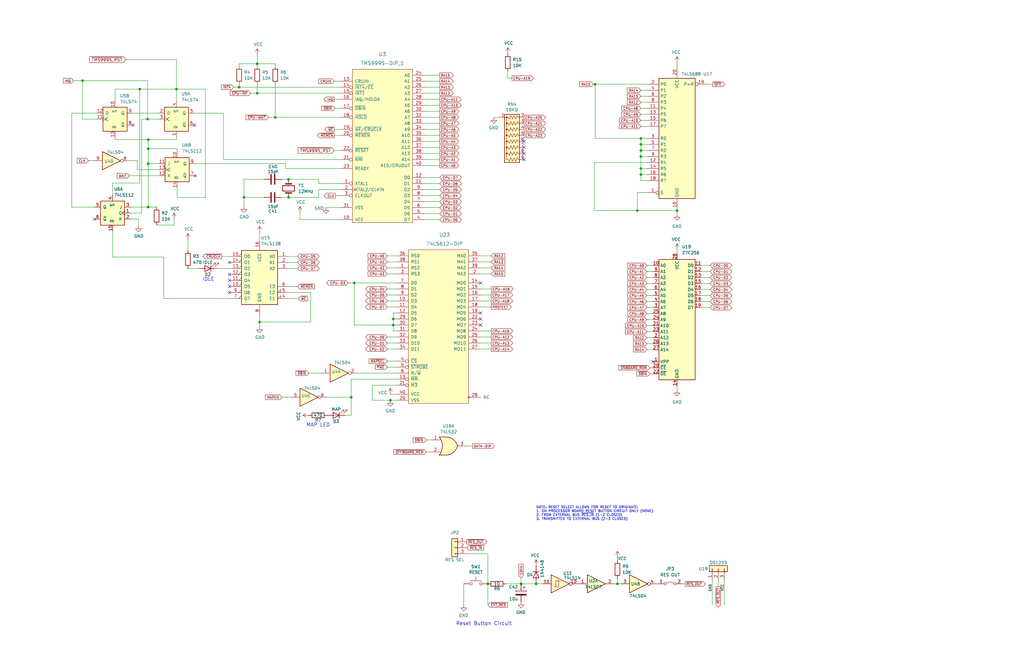
<source format=kicad_sch>
(kicad_sch (version 20211123) (generator eeschema)
  (paper "USLedger")
  (title_block (title "DuoDyne TMS9995 CPU board") (date "2023-10-14") (rev "V0.5"))
  (lib_symbols
    (symbol "74xx:74LS04"
      (property "Reference" "U" (at 0 1.27 0))
      (property "Value" "74LS04" (at 0 -1.27 0))
      (symbol "74LS04_1_0"
        (pin input line (at -7.62 0 0) (length 3.81) (name "~") (number "1"))
        (pin output inverted (at 7.62 0 180) (length 3.81) (name "~") (number "2"))
      )
      (symbol "74LS04_2_0"
        (pin input line (at -7.62 0 0) (length 3.81) (name "~") (number "3"))
        (pin output inverted (at 7.62 0 180) (length 3.81) (name "~") (number "4"))
      )
      (symbol "74LS04_3_0"
        (pin input line (at -7.62 0 0) (length 3.81) (name "~") (number "5"))
        (pin output inverted (at 7.62 0 180) (length 3.81) (name "~") (number "6"))
      )
      (symbol "74LS04_4_0"
        (pin output inverted (at 7.62 0 180) (length 3.81) (name "~") (number "8"))
        (pin input line (at -7.62 0 0) (length 3.81) (name "~") (number "9"))
      )
      (symbol "74LS04_5_0"
        (pin output inverted (at 7.62 0 180) (length 3.81) (name "~") (number "10"))
        (pin input line (at -7.62 0 0) (length 3.81) (name "~") (number "11"))
      )
      (symbol "74LS04_6_0"
        (pin output inverted (at 7.62 0 180) (length 3.81) (name "~") (number "12"))
        (pin input line (at -7.62 0 0) (length 3.81) (name "~") (number "13"))
      )
      (symbol "74LS04_7_0"
        (pin power_in line (at 0 12.7 270) (length 5.08) (name "VCC") (number "14"))
        (pin power_in line (at 0 -12.7 90) (length 5.08) (name "GND") (number "7"))
      )
    )
    (symbol "74xx:74LS07" (pin_names (offset 1.016))
      (property "Reference" "U" (at 0 1.27 0))
      (property "Value" "74LS07" (at 0 -1.27 0))
      (symbol "74LS07_1_0"
        (pin input line (at -7.62 0 0) (length 3.81) (name "~") (number "1"))
        (pin open_collector line (at 7.62 0 180) (length 3.81) (name "~") (number "2"))
      )
      (symbol "74LS07_2_0"
        (pin input line (at -7.62 0 0) (length 3.81) (name "~") (number "3"))
        (pin open_collector line (at 7.62 0 180) (length 3.81) (name "~") (number "4"))
      )
      (symbol "74LS07_3_0"
        (pin input line (at -7.62 0 0) (length 3.81) (name "~") (number "5"))
        (pin open_collector line (at 7.62 0 180) (length 3.81) (name "~") (number "6"))
      )
      (symbol "74LS07_4_0"
        (pin open_collector line (at 7.62 0 180) (length 3.81) (name "~") (number "8"))
        (pin input line (at -7.62 0 0) (length 3.81) (name "~") (number "9"))
      )
      (symbol "74LS07_5_0"
        (pin open_collector line (at 7.62 0 180) (length 3.81) (name "~") (number "10"))
        (pin input line (at -7.62 0 0) (length 3.81) (name "~") (number "11"))
      )
      (symbol "74LS07_6_0"
        (pin open_collector line (at 7.62 0 180) (length 3.81) (name "~") (number "12"))
        (pin input line (at -7.62 0 0) (length 3.81) (name "~") (number "13"))
      )
      (symbol "74LS07_7_0"
        (pin power_in line (at 0 12.7 270) (length 5.08) (name "VCC") (number "14"))
        (pin power_in line (at 0 -12.7 90) (length 5.08) (name "GND") (number "7"))
      )
    )
    (symbol "74xx:74LS112" (pin_names (offset 1.016))
      (property "Reference" "U" (at -7.62 8.89 0))
      (property "Value" "74LS112" (at -7.62 -8.89 0))
      (symbol "74LS112_1_0"
        (pin input clock (at -7.62 0 0) (length 2.54) (name "C") (number "1"))
        (pin input line (at 0 -7.62 90) (length 2.54) (name "~{R}") (number "15"))
        (pin input line (at -7.62 -2.54 0) (length 2.54) (name "K") (number "2"))
        (pin input line (at -7.62 2.54 0) (length 2.54) (name "J") (number "3"))
        (pin input line (at 0 7.62 270) (length 2.54) (name "~{S}") (number "4"))
        (pin output line (at 7.62 2.54 180) (length 2.54) (name "Q") (number "5"))
        (pin output line (at 7.62 -2.54 180) (length 2.54) (name "~{Q}") (number "6"))
      )
      (symbol "74LS112_2_0"
        (pin input line (at 0 7.62 270) (length 2.54) (name "~{S}") (number "10"))
        (pin input line (at -7.62 2.54 0) (length 2.54) (name "J") (number "11"))
        (pin input line (at -7.62 -2.54 0) (length 2.54) (name "K") (number "12"))
        (pin input clock (at -7.62 0 0) (length 2.54) (name "C") (number "13"))
        (pin input line (at 0 -7.62 90) (length 2.54) (name "~{R}") (number "14"))
        (pin output line (at 7.62 -2.54 180) (length 2.54) (name "~{Q}") (number "7"))
        (pin output line (at 7.62 2.54 180) (length 2.54) (name "Q") (number "9"))
      )
      (symbol "74LS112_3_0"
        (pin power_in line (at 0 10.16 270) (length 2.54) (name "VCC") (number "16"))
        (pin power_in line (at 0 -10.16 90) (length 2.54) (name "GND") (number "8"))
      )
    )
    (symbol "74xx:74LS138" (pin_names (offset 1.016))
      (property "Reference" "U" (at -7.62 11.43 0))
      (property "Value" "74LS138" (at -7.62 -13.97 0))
      (symbol "74LS138_1_0"
        (pin input line (at -12.7 7.62 0) (length 5.08) (name "A0") (number "1"))
        (pin output output_low (at 12.7 -5.08 180) (length 5.08) (name "O5") (number "10"))
        (pin output output_low (at 12.7 -2.54 180) (length 5.08) (name "O4") (number "11"))
        (pin output output_low (at 12.7 0 180) (length 5.08) (name "O3") (number "12"))
        (pin output output_low (at 12.7 2.54 180) (length 5.08) (name "O2") (number "13"))
        (pin output output_low (at 12.7 5.08 180) (length 5.08) (name "O1") (number "14"))
        (pin output output_low (at 12.7 7.62 180) (length 5.08) (name "O0") (number "15"))
        (pin power_in line (at 0 15.24 270) (length 5.08) (name "VCC") (number "16"))
        (pin input line (at -12.7 5.08 0) (length 5.08) (name "A1") (number "2"))
        (pin input line (at -12.7 2.54 0) (length 5.08) (name "A2") (number "3"))
        (pin input input_low (at -12.7 -10.16 0) (length 5.08) (name "E1") (number "4"))
        (pin input input_low (at -12.7 -7.62 0) (length 5.08) (name "E2") (number "5"))
        (pin input line (at -12.7 -5.08 0) (length 5.08) (name "E3") (number "6"))
        (pin output output_low (at 12.7 -10.16 180) (length 5.08) (name "O7") (number "7"))
        (pin power_in line (at 0 -17.78 90) (length 5.08) (name "GND") (number "8"))
        (pin output output_low (at 12.7 -7.62 180) (length 5.08) (name "O6") (number "9"))
      )
    )
    (symbol "74xx:74LS14" (pin_names (offset 1.016))
      (property "Reference" "U" (at 0 1.27 0))
      (property "Value" "74LS14" (at 0 -1.27 0))
      (symbol "74LS14_1_0"
        (pin input line (at -7.62 0 0) (length 3.81) (name "~") (number "1"))
        (pin output inverted (at 7.62 0 180) (length 3.81) (name "~") (number "2"))
      )
      (symbol "74LS14_2_0"
        (pin input line (at -7.62 0 0) (length 3.81) (name "~") (number "3"))
        (pin output inverted (at 7.62 0 180) (length 3.81) (name "~") (number "4"))
      )
      (symbol "74LS14_3_0"
        (pin input line (at -7.62 0 0) (length 3.81) (name "~") (number "5"))
        (pin output inverted (at 7.62 0 180) (length 3.81) (name "~") (number "6"))
      )
      (symbol "74LS14_4_0"
        (pin output inverted (at 7.62 0 180) (length 3.81) (name "~") (number "8"))
        (pin input line (at -7.62 0 0) (length 3.81) (name "~") (number "9"))
      )
      (symbol "74LS14_5_0"
        (pin output inverted (at 7.62 0 180) (length 3.81) (name "~") (number "10"))
        (pin input line (at -7.62 0 0) (length 3.81) (name "~") (number "11"))
      )
      (symbol "74LS14_6_0"
        (pin output inverted (at 7.62 0 180) (length 3.81) (name "~") (number "12"))
        (pin input line (at -7.62 0 0) (length 3.81) (name "~") (number "13"))
      )
      (symbol "74LS14_7_0"
        (pin power_in line (at 0 12.7 270) (length 5.08) (name "VCC") (number "14"))
        (pin power_in line (at 0 -12.7 90) (length 5.08) (name "GND") (number "7"))
      )
    )
    (symbol "74xx:74LS32" (pin_names (offset 1.016))
      (property "Reference" "U" (at 0 1.27 0))
      (property "Value" "74LS32" (at 0 -1.27 0))
      (symbol "74LS32_1_1"
        (pin input line (at -7.62 2.54 0) (length 4.318) (name "~") (number "1"))
        (pin input line (at -7.62 -2.54 0) (length 4.318) (name "~") (number "2"))
        (pin output line (at 7.62 0 180) (length 3.81) (name "~") (number "3"))
      )
      (symbol "74LS32_1_2"
        (pin input inverted (at -7.62 2.54 0) (length 3.81) (name "~") (number "1"))
        (pin input inverted (at -7.62 -2.54 0) (length 3.81) (name "~") (number "2"))
        (pin output inverted (at 7.62 0 180) (length 3.81) (name "~") (number "3"))
      )
      (symbol "74LS32_2_1"
        (pin input line (at -7.62 2.54 0) (length 4.318) (name "~") (number "4"))
        (pin input line (at -7.62 -2.54 0) (length 4.318) (name "~") (number "5"))
        (pin output line (at 7.62 0 180) (length 3.81) (name "~") (number "6"))
      )
      (symbol "74LS32_2_2"
        (pin input inverted (at -7.62 2.54 0) (length 3.81) (name "~") (number "4"))
        (pin input inverted (at -7.62 -2.54 0) (length 3.81) (name "~") (number "5"))
        (pin output inverted (at 7.62 0 180) (length 3.81) (name "~") (number "6"))
      )
      (symbol "74LS32_3_1"
        (pin input line (at -7.62 -2.54 0) (length 4.318) (name "~") (number "10"))
        (pin output line (at 7.62 0 180) (length 3.81) (name "~") (number "8"))
        (pin input line (at -7.62 2.54 0) (length 4.318) (name "~") (number "9"))
      )
      (symbol "74LS32_3_2"
        (pin input inverted (at -7.62 -2.54 0) (length 3.81) (name "~") (number "10"))
        (pin output inverted (at 7.62 0 180) (length 3.81) (name "~") (number "8"))
        (pin input inverted (at -7.62 2.54 0) (length 3.81) (name "~") (number "9"))
      )
      (symbol "74LS32_4_1"
        (pin output line (at 7.62 0 180) (length 3.81) (name "~") (number "11"))
        (pin input line (at -7.62 2.54 0) (length 4.318) (name "~") (number "12"))
        (pin input line (at -7.62 -2.54 0) (length 4.318) (name "~") (number "13"))
      )
      (symbol "74LS32_4_2"
        (pin output inverted (at 7.62 0 180) (length 3.81) (name "~") (number "11"))
        (pin input inverted (at -7.62 2.54 0) (length 3.81) (name "~") (number "12"))
        (pin input inverted (at -7.62 -2.54 0) (length 3.81) (name "~") (number "13"))
      )
      (symbol "74LS32_5_0"
        (pin power_in line (at 0 12.7 270) (length 5.08) (name "VCC") (number "14"))
        (pin power_in line (at 0 -12.7 90) (length 5.08) (name "GND") (number "7"))
      )
    )
    (symbol "74xx:74LS688"
      (property "Reference" "U" (at -7.62 26.67 0))
      (property "Value" "74LS688" (at -7.62 -26.67 0))
      (symbol "74LS688_1_0"
        (pin input inverted (at -12.7 -22.86 0) (length 5.08) (name "G") (number "1"))
        (pin power_in line (at 0 -30.48 90) (length 5.08) (name "GND") (number "10"))
        (pin input line (at -12.7 12.7 0) (length 5.08) (name "P4") (number "11"))
        (pin input line (at -12.7 -10.16 0) (length 5.08) (name "R4") (number "12"))
        (pin input line (at -12.7 10.16 0) (length 5.08) (name "P5") (number "13"))
        (pin input line (at -12.7 -12.7 0) (length 5.08) (name "R5") (number "14"))
        (pin input line (at -12.7 7.62 0) (length 5.08) (name "P6") (number "15"))
        (pin input line (at -12.7 -15.24 0) (length 5.08) (name "R6") (number "16"))
        (pin input line (at -12.7 5.08 0) (length 5.08) (name "P7") (number "17"))
        (pin input line (at -12.7 -17.78 0) (length 5.08) (name "R7") (number "18"))
        (pin output inverted (at 12.7 22.86 180) (length 5.08) (name "P=R") (number "19"))
        (pin input line (at -12.7 22.86 0) (length 5.08) (name "P0") (number "2"))
        (pin power_in line (at 0 30.48 270) (length 5.08) (name "VCC") (number "20"))
        (pin input line (at -12.7 0 0) (length 5.08) (name "R0") (number "3"))
        (pin input line (at -12.7 20.32 0) (length 5.08) (name "P1") (number "4"))
        (pin input line (at -12.7 -2.54 0) (length 5.08) (name "R1") (number "5"))
        (pin input line (at -12.7 17.78 0) (length 5.08) (name "P2") (number "6"))
        (pin input line (at -12.7 -5.08 0) (length 5.08) (name "R2") (number "7"))
        (pin input line (at -12.7 15.24 0) (length 5.08) (name "P3") (number "8"))
        (pin input line (at -12.7 -7.62 0) (length 5.08) (name "R3") (number "9"))
      )
    )
    (symbol "74xx:74LS74" (pin_names (offset 1.016))
      (property "Reference" "U" (at -7.62 8.89 0))
      (property "Value" "74LS74" (at -7.62 -8.89 0))
      (symbol "74LS74_1_0"
        (pin input line (at 0 -7.62 90) (length 2.54) (name "~{R}") (number "1"))
        (pin input line (at -7.62 2.54 0) (length 2.54) (name "D") (number "2"))
        (pin input clock (at -7.62 0 0) (length 2.54) (name "C") (number "3"))
        (pin input line (at 0 7.62 270) (length 2.54) (name "~{S}") (number "4"))
        (pin output line (at 7.62 2.54 180) (length 2.54) (name "Q") (number "5"))
        (pin output line (at 7.62 -2.54 180) (length 2.54) (name "~{Q}") (number "6"))
      )
      (symbol "74LS74_2_0"
        (pin input line (at 0 7.62 270) (length 2.54) (name "~{S}") (number "10"))
        (pin input clock (at -7.62 0 0) (length 2.54) (name "C") (number "11"))
        (pin input line (at -7.62 2.54 0) (length 2.54) (name "D") (number "12"))
        (pin input line (at 0 -7.62 90) (length 2.54) (name "~{R}") (number "13"))
        (pin output line (at 7.62 -2.54 180) (length 2.54) (name "~{Q}") (number "8"))
        (pin output line (at 7.62 2.54 180) (length 2.54) (name "Q") (number "9"))
      )
      (symbol "74LS74_3_0"
        (pin power_in line (at 0 10.16 270) (length 2.54) (name "VCC") (number "14"))
        (pin power_in line (at 0 -10.16 90) (length 2.54) (name "GND") (number "7"))
      )
    )
    (symbol "CUSTOM_LIB:74LS612-DIP" (pin_names (offset 1.016))
      (property "Reference" "IC2" (at 15.24 6.35 0))
      (property "Value" "74LS612-DIP" (at 15.24 2.54 0))
      (symbol "74LS612-DIP_1_0"
        (pin input line (at -5.08 -7.62 0) (length 5.08) (name "RS2") (number "1"))
        (pin bidirectional line (at -5.08 -21.59 0) (length 5.08) (name "D3") (number "10"))
        (pin bidirectional line (at -5.08 -24.13 0) (length 5.08) (name "D4") (number "11"))
        (pin bidirectional line (at -5.08 -26.67 0) (length 5.08) (name "D5") (number "12"))
        (pin input inverted (at -5.08 -54.61 0) (length 5.08) (name "~{MM}") (number "13"))
        (pin output line (at 30.48 -13.97 180) (length 5.08) (name "MO0") (number "14"))
        (pin output line (at 30.48 -16.51 180) (length 5.08) (name "MO1") (number "15"))
        (pin output line (at 30.48 -19.05 180) (length 5.08) (name "MO2") (number "16"))
        (pin output line (at 30.48 -21.59 180) (length 5.08) (name "MO3") (number "17"))
        (pin output line (at 30.48 -24.13 180) (length 5.08) (name "MO4") (number "18"))
        (pin output line (at 30.48 -26.67 180) (length 5.08) (name "MO5") (number "19"))
        (pin input line (at 30.48 -10.16 180) (length 5.08) (name "MA3") (number "2"))
        (pin power_in line (at -5.08 -63.5 0) (length 5.08) (name "VSS") (number "20"))
        (pin input inverted (at -5.08 -57.15 0) (length 5.08) (name "~{M3}") (number "21"))
        (pin output line (at 30.48 -29.21 180) (length 5.08) (name "MO6") (number "22"))
        (pin output line (at 30.48 -31.75 180) (length 5.08) (name "MO7") (number "23"))
        (pin output line (at 30.48 -34.29 180) (length 5.08) (name "MO8") (number "24"))
        (pin output line (at 30.48 -36.83 180) (length 5.08) (name "MO9") (number "25"))
        (pin output line (at 30.48 -39.37 180) (length 5.08) (name "MO10") (number "26"))
        (pin output line (at 30.48 -41.91 180) (length 5.08) (name "MO11") (number "27"))
        (pin no_connect line (at 25.4 -62.23 0) (length 5.08) (name "NC") (number "28"))
        (pin bidirectional line (at -5.08 -29.21 0) (length 5.08) (name "D6") (number "29"))
        (pin input line (at -5.08 -10.16 0) (length 5.08) (name "RS3") (number "3"))
        (pin bidirectional line (at -5.08 -31.75 0) (length 5.08) (name "D7") (number "30"))
        (pin bidirectional line (at -5.08 -34.29 0) (length 5.08) (name "D8") (number "31"))
        (pin input line (at -5.08 -36.83 0) (length 5.08) (name "D9") (number "32"))
        (pin input line (at -5.08 -39.37 0) (length 5.08) (name "D10") (number "33"))
        (pin input line (at -5.08 -41.91 0) (length 5.08) (name "D11") (number "34"))
        (pin input line (at 30.48 -2.54 180) (length 5.08) (name "MA0") (number "35"))
        (pin input line (at -5.08 -2.54 0) (length 5.08) (name "RS0") (number "36"))
        (pin input line (at 30.48 -5.08 180) (length 5.08) (name "MA1") (number "37"))
        (pin input line (at -5.08 -5.08 0) (length 5.08) (name "RS1") (number "38"))
        (pin input line (at 30.48 -7.62 180) (length 5.08) (name "MA2") (number "39"))
        (pin input inverted (at -5.08 -46.99 0) (length 5.08) (name "~{CS}") (number "4"))
        (pin power_in line (at -5.08 -60.96 0) (length 5.08) (name "VCC") (number "40"))
        (pin input inverted (at -5.08 -49.53 0) (length 5.08) (name "~{STROBE}") (number "5"))
        (pin input line (at -5.08 -52.07 0) (length 5.08) (name "R/~{W}") (number "6"))
        (pin bidirectional line (at -5.08 -13.97 0) (length 5.08) (name "D0") (number "7"))
        (pin bidirectional line (at -5.08 -16.51 0) (length 5.08) (name "D1") (number "8"))
        (pin bidirectional line (at -5.08 -19.05 0) (length 5.08) (name "D2") (number "9"))
      )
    )
    (symbol "CUSTOM_LIB:TMS9995-DIP_1" (pin_names (offset 1.016))
      (property "Reference" "IC1" (at 12.7 5.715 0))
      (property "Value" "TMS9995-DIP_1" (at 12.7 1.905 0))
      (symbol "TMS9995-DIP_1_1_0"
        (pin input inverted (at -5.08 -48.26 0) (length 5.08) (name "XTAL1") (number "1"))
        (pin power_in line (at -5.08 -63.5 0) (length 5.08) (name "VCC") (number "10"))
        (pin bidirectional line (at 30.48 -48.26 180) (length 5.08) (name "D1") (number "11"))
        (pin bidirectional line (at 30.48 -45.72 180) (length 5.08) (name "D0") (number "12"))
        (pin input line (at -5.08 -5.08 0) (length 5.08) (name "CRUIN") (number "13"))
        (pin input inverted (at -5.08 -7.62 0) (length 5.08) (name "~{INT4}/~{EC}") (number "14"))
        (pin input inverted (at -5.08 -10.16 0) (length 5.08) (name "~{INT1}") (number "15"))
        (pin output line (at -5.08 -12.7 0) (length 5.08) (name "IAQ/HOLDA") (number "16"))
        (pin input inverted (at -5.08 -16.51 0) (length 5.08) (name "~{DBIN}") (number "17"))
        (pin input inverted (at -5.08 -20.32 0) (length 5.08) (name "~{HOLD}") (number "18"))
        (pin output inverted (at -5.08 -25.4 0) (length 5.08) (name "~{WE}/~{CRUCLK}") (number "19"))
        (pin input clock (at -5.08 -50.8 0) (length 5.08) (name "XTAL2/CLKIN") (number "2"))
        (pin output inverted (at -5.08 -27.94 0) (length 5.08) (name "~{MENEN}") (number "20"))
        (pin input inverted (at -5.08 -38.1 0) (length 5.08) (name "~{NMI}") (number "21"))
        (pin input inverted (at -5.08 -34.29 0) (length 5.08) (name "~{RESET}") (number "22"))
        (pin input line (at -5.08 -41.91 0) (length 5.08) (name "READY") (number "23"))
        (pin output line (at 30.48 -2.54 180) (length 5.08) (name "A0") (number "24"))
        (pin output line (at 30.48 -5.08 180) (length 5.08) (name "A1") (number "25"))
        (pin output line (at 30.48 -7.62 180) (length 5.08) (name "A2") (number "26"))
        (pin output line (at 30.48 -10.16 180) (length 5.08) (name "A3") (number "27"))
        (pin output line (at 30.48 -12.7 180) (length 5.08) (name "A4") (number "28"))
        (pin output line (at 30.48 -15.24 180) (length 5.08) (name "A5") (number "29"))
        (pin output inverted (at -5.08 -53.34 0) (length 5.08) (name "CLKOUT") (number "3"))
        (pin output line (at 30.48 -17.78 180) (length 5.08) (name "A6") (number "30"))
        (pin power_in line (at -5.08 -58.42 0) (length 5.08) (name "VSS") (number "31"))
        (pin output line (at 30.48 -20.32 180) (length 5.08) (name "A7") (number "32"))
        (pin output line (at 30.48 -22.86 180) (length 5.08) (name "A8") (number "33"))
        (pin output line (at 30.48 -25.4 180) (length 5.08) (name "A9") (number "34"))
        (pin output line (at 30.48 -27.94 180) (length 5.08) (name "A10") (number "35"))
        (pin output line (at 30.48 -30.48 180) (length 5.08) (name "A11") (number "36"))
        (pin output line (at 30.48 -33.02 180) (length 5.08) (name "A12") (number "37"))
        (pin output line (at 30.48 -35.56 180) (length 5.08) (name "A13") (number "38"))
        (pin output line (at 30.48 -38.1 180) (length 5.08) (name "A14") (number "39"))
        (pin bidirectional line (at 30.48 -63.5 180) (length 5.08) (name "D7") (number "4"))
        (pin output line (at 30.48 -40.64 180) (length 5.08) (name "A15/CRUOUT") (number "40"))
        (pin bidirectional line (at 30.48 -60.96 180) (length 5.08) (name "D6") (number "5"))
        (pin bidirectional line (at 30.48 -58.42 180) (length 5.08) (name "D5") (number "6"))
        (pin bidirectional line (at 30.48 -55.88 180) (length 5.08) (name "D4") (number "7"))
        (pin bidirectional line (at 30.48 -53.34 180) (length 5.08) (name "D3") (number "8"))
        (pin bidirectional line (at 30.48 -50.8 180) (length 5.08) (name "D2") (number "9"))
      )
    )
    (symbol "Connector_Generic:Conn_01x03" (pin_names (offset 1.016) hide)
      (property "Reference" "J" (at 0 5.08 0))
      (property "Value" "Conn_01x03" (at 0 -5.08 0))
      (symbol "Conn_01x03_1_1"
        (pin passive line (at -5.08 2.54 0) (length 3.81) (name "Pin_1") (number "1"))
        (pin passive line (at -5.08 0 0) (length 3.81) (name "Pin_2") (number "2"))
        (pin passive line (at -5.08 -2.54 0) (length 3.81) (name "Pin_3") (number "3"))
      )
    )
    (symbol "Device:C" (pin_numbers hide) (pin_names (offset 0.254))
      (property "Reference" "C" (at 0.635 2.54 0))
      (property "Value" "C" (at 0.635 -2.54 0))
      (symbol "C_1_1"
        (pin passive line (at 0 3.81 270) (length 2.794) (name "~") (number "1"))
        (pin passive line (at 0 -3.81 90) (length 2.794) (name "~") (number "2"))
      )
    )
    (symbol "Device:C_Polarized" (pin_numbers hide) (pin_names (offset 0.254))
      (property "Reference" "C" (at 0.635 2.54 0))
      (property "Value" "C_Polarized" (at 0.635 -2.54 0))
      (symbol "C_Polarized_1_1"
        (pin passive line (at 0 3.81 270) (length 2.794) (name "~") (number "1"))
        (pin passive line (at 0 -3.81 90) (length 2.794) (name "~") (number "2"))
      )
    )
    (symbol "Device:Crystal" (pin_numbers hide) (pin_names (offset 1.016) hide)
      (property "Reference" "Y" (at 0 3.81 0))
      (property "Value" "Crystal" (at 0 -3.81 0))
      (symbol "Crystal_1_1"
        (pin passive line (at -3.81 0 0) (length 1.27) (name "1") (number "1"))
        (pin passive line (at 3.81 0 180) (length 1.27) (name "2") (number "2"))
      )
    )
    (symbol "Device:LED" (pin_numbers hide) (pin_names (offset 1.016) hide)
      (property "Reference" "D" (at 0 2.54 0))
      (property "Value" "LED" (at 0 -2.54 0))
      (symbol "LED_1_1"
        (pin passive line (at -3.81 0 0) (length 2.54) (name "K") (number "1"))
        (pin passive line (at 3.81 0 180) (length 2.54) (name "A") (number "2"))
      )
    )
    (symbol "Device:R" (pin_numbers hide) (pin_names (offset 0))
      (property "Reference" "R" (at 2.032 0 90))
      (property "Value" "R" (at 0 0 90))
      (symbol "R_1_1"
        (pin passive line (at 0 3.81 270) (length 1.27) (name "~") (number "1"))
        (pin passive line (at 0 -3.81 90) (length 1.27) (name "~") (number "2"))
      )
    )
    (symbol "Device:R_Network08_US" (pin_names (offset 0) hide)
      (property "Reference" "RN" (at -12.7 0 90))
      (property "Value" "R_Network08_US" (at 10.16 0 90))
      (symbol "R_Network08_US_1_1"
        (pin passive line (at -10.16 5.08 270) (length 2.54) (name "common") (number "1"))
        (pin passive line (at -10.16 -5.08 90) (length 1.27) (name "R1") (number "2"))
        (pin passive line (at -7.62 -5.08 90) (length 1.27) (name "R2") (number "3"))
        (pin passive line (at -5.08 -5.08 90) (length 1.27) (name "R3") (number "4"))
        (pin passive line (at -2.54 -5.08 90) (length 1.27) (name "R4") (number "5"))
        (pin passive line (at 0 -5.08 90) (length 1.27) (name "R5") (number "6"))
        (pin passive line (at 2.54 -5.08 90) (length 1.27) (name "R6") (number "7"))
        (pin passive line (at 5.08 -5.08 90) (length 1.27) (name "R7") (number "8"))
        (pin passive line (at 7.62 -5.08 90) (length 1.27) (name "R8") (number "9"))
      )
    )
    (symbol "Diode:1N4148" (pin_numbers hide) (pin_names hide)
      (property "Reference" "D" (at 0 2.54 0))
      (property "Value" "1N4148" (at 0 -2.54 0))
      (symbol "1N4148_1_1"
        (pin passive line (at -3.81 0 0) (length 2.54) (name "K") (number "1"))
        (pin passive line (at 3.81 0 180) (length 2.54) (name "A") (number "2"))
      )
    )
    (symbol "Jumper:Jumper_2_Bridged" (pin_names (offset 0) hide)
      (property "Reference" "JP" (at 0 1.905 0))
      (property "Value" "Jumper_2_Bridged" (at 0 -2.54 0))
      (symbol "Jumper_2_Bridged_1_1"
        (pin passive line (at -5.08 0 0) (length 2.54) (name "A") (number "1"))
        (pin passive line (at 5.08 0 180) (length 2.54) (name "B") (number "2"))
      )
    )
    (symbol "Memory_EPROM:27C256"
      (property "Reference" "U" (at -7.62 26.67 0))
      (property "Value" "27C256" (at 2.54 -26.67 0))
      (symbol "27C256_1_1"
        (pin input line (at -10.16 -17.78 0) (length 2.54) (name "VPP") (number "1"))
        (pin input line (at -10.16 22.86 0) (length 2.54) (name "A0") (number "10"))
        (pin tri_state line (at 10.16 22.86 180) (length 2.54) (name "D0") (number "11"))
        (pin tri_state line (at 10.16 20.32 180) (length 2.54) (name "D1") (number "12"))
        (pin tri_state line (at 10.16 17.78 180) (length 2.54) (name "D2") (number "13"))
        (pin power_in line (at 0 -27.94 90) (length 2.54) (name "GND") (number "14"))
        (pin tri_state line (at 10.16 15.24 180) (length 2.54) (name "D3") (number "15"))
        (pin tri_state line (at 10.16 12.7 180) (length 2.54) (name "D4") (number "16"))
        (pin tri_state line (at 10.16 10.16 180) (length 2.54) (name "D5") (number "17"))
        (pin tri_state line (at 10.16 7.62 180) (length 2.54) (name "D6") (number "18"))
        (pin tri_state line (at 10.16 5.08 180) (length 2.54) (name "D7") (number "19"))
        (pin input line (at -10.16 -7.62 0) (length 2.54) (name "A12") (number "2"))
        (pin input line (at -10.16 -20.32 0) (length 2.54) (name "~{CE}") (number "20"))
        (pin input line (at -10.16 -2.54 0) (length 2.54) (name "A10") (number "21"))
        (pin input line (at -10.16 -22.86 0) (length 2.54) (name "~{OE}") (number "22"))
        (pin input line (at -10.16 -5.08 0) (length 2.54) (name "A11") (number "23"))
        (pin input line (at -10.16 0 0) (length 2.54) (name "A9") (number "24"))
        (pin input line (at -10.16 2.54 0) (length 2.54) (name "A8") (number "25"))
        (pin input line (at -10.16 -10.16 0) (length 2.54) (name "A13") (number "26"))
        (pin input line (at -10.16 -12.7 0) (length 2.54) (name "A14") (number "27"))
        (pin power_in line (at 0 27.94 270) (length 2.54) (name "VCC") (number "28"))
        (pin input line (at -10.16 5.08 0) (length 2.54) (name "A7") (number "3"))
        (pin input line (at -10.16 7.62 0) (length 2.54) (name "A6") (number "4"))
        (pin input line (at -10.16 10.16 0) (length 2.54) (name "A5") (number "5"))
        (pin input line (at -10.16 12.7 0) (length 2.54) (name "A4") (number "6"))
        (pin input line (at -10.16 15.24 0) (length 2.54) (name "A3") (number "7"))
        (pin input line (at -10.16 17.78 0) (length 2.54) (name "A2") (number "8"))
        (pin input line (at -10.16 20.32 0) (length 2.54) (name "A1") (number "9"))
      )
    )
    (symbol "Switch:SW_Push" (pin_numbers hide) (pin_names (offset 1.016) hide)
      (property "Reference" "SW" (at 1.27 2.54 0))
      (property "Value" "SW_Push" (at 0 -1.524 0))
      (symbol "SW_Push_0_1"
        (pin passive line (at -5.08 0 0) (length 2.54) (name "1") (number "1"))
        (pin passive line (at 5.08 0 180) (length 2.54) (name "2") (number "2"))
      )
    )
    (symbol "power:GND" (power) (pin_names (offset 0))
      (property "Value" "GND" (at 0 -3.81 0))
      (symbol "GND_1_1"
        (pin power_in line (at 0 0 270) (length 0) hide (name "GND") (number "1"))
      )
    )
    (symbol "power:VCC" (power) (pin_names (offset 0))
      (property "Value" "VCC" (at 0 3.81 0))
      (symbol "VCC_1_1"
        (pin power_in line (at 0 0 90) (length 0) hide (name "VCC") (number "1"))
      )
    )
  )
  (junction (at 116.078 49.53))
  (junction (at 226.06 246.38))
  (junction (at 62.484 62.738))
  (junction (at 108.458 39.37))
  (junction (at 165.862 137.16))
  (junction (at 165.862 134.62))
  (junction (at 62.484 87.376))
  (junction (at 100.838 36.83))
  (junction (at 270.256 63.5))
  (junction (at 121.666 75.692))
  (junction (at 164.592 168.91))
  (junction (at 62.484 58.928))
  (junction (at 109.474 135.89))
  (junction (at 62.23 50.292))
  (junction (at 270.256 58.42))
  (junction (at 250.952 35.56))
  (junction (at 205.74 246.38))
  (junction (at 285.496 88.9))
  (junction (at 102.87 83.312))
  (junction (at 148.082 167.64))
  (junction (at 121.666 83.312))
  (junction (at 108.458 26.924))
  (junction (at 74.422 37.592))
  (junction (at 270.256 66.04))
  (junction (at 270.256 71.12))
  (junction (at 270.256 60.96))
  (junction (at 58.928 37.592))
  (junction (at 34.798 34.036))
  (junction (at 62.484 69.088))
  (junction (at 268.732 88.9))
  (junction (at 219.71 246.38))
  (junction (at 149.352 119.38))
  (junction (at 260.35 246.38))
  (junction (at 270.256 73.66))
  (no_connect (at 82.042 52.832))
  (no_connect (at 202.692 134.62))
  (no_connect (at 220.98 67.31))
  (no_connect (at 202.692 137.16))
  (no_connect (at 96.774 120.904))
  (no_connect (at 56.134 52.832))
  (no_connect (at 275.336 152.654))
  (no_connect (at 220.98 62.23))
  (no_connect (at 202.692 132.08))
  (no_connect (at 202.692 119.38))
  (no_connect (at 96.774 118.364))
  (no_connect (at 220.98 64.77))
  (no_connect (at 96.774 110.744))
  (no_connect (at 220.98 59.69))
  (no_connect (at 96.774 115.824))
  (no_connect (at 39.878 92.456))
  (no_connect (at 96.774 123.444))
  (no_connect (at 82.296 74.168))
  (wire (pts (xy 179.07 77.47) (xy 185.42 77.47)))
  (wire (pts (xy 179.07 90.17) (xy 185.42 90.17)))
  (wire (pts (xy 270.256 40.64) (xy 272.796 40.64)))
  (wire (pts (xy 120.396 71.12) (xy 120.396 69.088)))
  (wire (pts (xy 122.174 120.904) (xy 125.476 120.904)))
  (wire (pts (xy 74.422 57.912) (xy 74.422 58.928)))
  (wire (pts (xy 272.796 147.574) (xy 275.336 147.574)))
  (wire (pts (xy 179.07 44.45) (xy 185.42 44.45)))
  (wire (pts (xy 126.492 92.71) (xy 143.51 92.71)))
  (wire (pts (xy 143.51 49.53) (xy 116.078 49.53)))
  (wire (pts (xy 47.498 82.296) (xy 47.498 77.216)))
  (wire (pts (xy 111.252 75.692) (xy 102.87 75.692)))
  (wire (pts (xy 141.478 82.55) (xy 143.51 82.55)))
  (wire (pts (xy 34.798 34.036) (xy 62.23 34.036)))
  (wire (pts (xy 140.97 41.91) (xy 143.51 41.91)))
  (wire (pts (xy 67.056 71.628) (xy 57.912 71.628)))
  (wire (pts (xy 205.74 233.68) (xy 205.74 246.38)))
  (wire (pts (xy 202.692 147.32) (xy 207.137 147.32)))
  (wire (pts (xy 148.082 167.64) (xy 148.082 175.26)))
  (wire (pts (xy 91.44 113.284) (xy 96.774 113.284)))
  (wire (pts (xy 74.422 37.592) (xy 74.422 25.146)))
  (wire (pts (xy 100.838 26.924) (xy 100.838 27.94)))
  (wire (pts (xy 37.338 67.818) (xy 39.37 67.818)))
  (wire (pts (xy 272.796 134.874) (xy 275.336 134.874)))
  (wire (pts (xy 108.458 27.94) (xy 108.458 26.924)))
  (wire (pts (xy 74.422 37.592) (xy 86.614 37.592)))
  (wire (pts (xy 140.97 63.5) (xy 143.51 63.5)))
  (wire (pts (xy 179.07 52.07) (xy 185.42 52.07)))
  (wire (pts (xy 270.256 53.34) (xy 272.796 53.34)))
  (wire (pts (xy 260.35 235.204) (xy 260.35 236.474)))
  (wire (pts (xy 260.35 246.38) (xy 259.08 246.38)))
  (wire (pts (xy 302.895 247.65) (xy 302.895 245.11)))
  (wire (pts (xy 165.862 134.62) (xy 167.132 134.62)))
  (wire (pts (xy 214.122 30.226) (xy 214.122 33.02)))
  (wire (pts (xy 179.07 64.77) (xy 185.42 64.77)))
  (wire (pts (xy 134.366 77.47) (xy 134.366 75.692)))
  (wire (pts (xy 69.088 125.984) (xy 96.774 125.984)))
  (wire (pts (xy 295.656 117.094) (xy 299.466 117.094)))
  (wire (pts (xy 163.322 152.4) (xy 167.132 152.4)))
  (wire (pts (xy 202.692 115.57) (xy 207.137 115.57)))
  (wire (pts (xy 270.256 58.42) (xy 272.796 58.42)))
  (wire (pts (xy 272.796 142.494) (xy 275.336 142.494)))
  (wire (pts (xy 118.872 83.312) (xy 121.666 83.312)))
  (wire (pts (xy 179.07 59.69) (xy 185.42 59.69)))
  (wire (pts (xy 272.796 129.794) (xy 275.336 129.794)))
  (wire (pts (xy 109.474 133.604) (xy 109.474 135.89)))
  (wire (pts (xy 156.972 162.56) (xy 156.972 168.91)))
  (wire (pts (xy 74.676 83.312) (xy 74.676 79.248)))
  (wire (pts (xy 94.234 47.752) (xy 82.042 47.752)))
  (wire (pts (xy 163.322 147.32) (xy 167.132 147.32)))
  (wire (pts (xy 179.07 69.85) (xy 185.42 69.85)))
  (wire (pts (xy 122.174 108.204) (xy 125.476 108.204)))
  (wire (pts (xy 47.498 77.216) (xy 58.928 77.216)))
  (wire (pts (xy 66.04 94.996) (xy 73.406 94.996)))
  (wire (pts (xy 261.62 246.38) (xy 260.35 246.38)))
  (wire (pts (xy 148.082 160.02) (xy 148.082 167.64)))
  (wire (pts (xy 295.656 114.554) (xy 299.466 114.554)))
  (wire (pts (xy 272.796 60.96) (xy 270.256 60.96)))
  (wire (pts (xy 270.256 50.8) (xy 272.796 50.8)))
  (wire (pts (xy 295.656 129.794) (xy 299.466 129.794)))
  (wire (pts (xy 137.922 167.64) (xy 148.082 167.64)))
  (wire (pts (xy 134.366 75.692) (xy 121.666 75.692)))
  (wire (pts (xy 202.692 139.7) (xy 207.137 139.7)))
  (wire (pts (xy 202.692 129.54) (xy 207.137 129.54)))
  (wire (pts (xy 130.302 157.48) (xy 135.382 157.48)))
  (wire (pts (xy 105.664 39.37) (xy 108.458 39.37)))
  (wire (pts (xy 113.284 49.53) (xy 116.078 49.53)))
  (wire (pts (xy 122.174 125.984) (xy 125.73 125.984)))
  (wire (pts (xy 272.796 63.5) (xy 270.256 63.5)))
  (wire (pts (xy 202.692 107.95) (xy 207.137 107.95)))
  (wire (pts (xy 272.796 124.714) (xy 275.336 124.714)))
  (wire (pts (xy 145.542 175.26) (xy 148.082 175.26)))
  (wire (pts (xy 109.474 135.89) (xy 109.474 137.922)))
  (wire (pts (xy 163.322 115.57) (xy 167.132 115.57)))
  (wire (pts (xy 74.676 62.738) (xy 62.484 62.738)))
  (wire (pts (xy 62.484 69.088) (xy 62.484 87.376)))
  (wire (pts (xy 179.07 74.93) (xy 185.42 74.93)))
  (wire (pts (xy 272.796 139.954) (xy 275.336 139.954)))
  (wire (pts (xy 272.796 35.56) (xy 250.952 35.56)))
  (wire (pts (xy 74.676 64.008) (xy 74.676 62.738)))
  (wire (pts (xy 62.484 69.088) (xy 67.056 69.088)))
  (wire (pts (xy 30.226 87.376) (xy 30.226 47.752)))
  (wire (pts (xy 55.118 87.376) (xy 62.484 87.376)))
  (wire (pts (xy 205.74 233.68) (xy 196.85 233.68)))
  (wire (pts (xy 300.355 245.11) (xy 300.355 255.27)))
  (wire (pts (xy 163.322 142.24) (xy 167.132 142.24)))
  (wire (pts (xy 272.796 122.174) (xy 275.336 122.174)))
  (wire (pts (xy 196.723 188.214) (xy 199.263 188.214)))
  (wire (pts (xy 179.07 87.63) (xy 185.42 87.63)))
  (wire (pts (xy 272.796 112.014) (xy 275.336 112.014)))
  (wire (pts (xy 298.196 35.56) (xy 300.482 35.56)))
  (wire (pts (xy 270.256 48.26) (xy 272.796 48.26)))
  (wire (pts (xy 272.796 66.04) (xy 270.256 66.04)))
  (wire (pts (xy 34.798 50.292) (xy 34.798 34.036)))
  (wire (pts (xy 30.226 47.752) (xy 40.894 47.752)))
  (wire (pts (xy 47.498 97.536) (xy 47.498 108.458)))
  (wire (pts (xy 58.42 92.456) (xy 58.42 95.25)))
  (wire (pts (xy 179.07 39.37) (xy 185.42 39.37)))
  (wire (pts (xy 156.972 168.91) (xy 164.592 168.91)))
  (wire (pts (xy 205.74 246.38) (xy 205.74 255.27)))
  (wire (pts (xy 108.458 26.924) (xy 108.458 23.114)))
  (wire (pts (xy 134.366 83.312) (xy 121.666 83.312)))
  (wire (pts (xy 116.078 27.94) (xy 116.078 26.924)))
  (wire (pts (xy 163.322 124.46) (xy 167.132 124.46)))
  (wire (pts (xy 272.796 76.2) (xy 270.256 76.2)))
  (wire (pts (xy 285.496 88.9) (xy 285.496 90.424)))
  (wire (pts (xy 165.862 137.16) (xy 167.132 137.16)))
  (wire (pts (xy 163.322 154.94) (xy 167.132 154.94)))
  (wire (pts (xy 165.862 134.62) (xy 165.862 132.08)))
  (wire (pts (xy 270.256 63.5) (xy 270.256 60.96)))
  (wire (pts (xy 268.732 88.9) (xy 285.496 88.9)))
  (wire (pts (xy 215.9 33.02) (xy 214.122 33.02)))
  (wire (pts (xy 93.472 108.204) (xy 96.774 108.204)))
  (wire (pts (xy 141.224 45.72) (xy 143.51 45.72)))
  (wire (pts (xy 111.252 83.312) (xy 102.87 83.312)))
  (wire (pts (xy 270.256 43.18) (xy 272.796 43.18)))
  (wire (pts (xy 62.484 62.738) (xy 62.484 69.088)))
  (wire (pts (xy 179.07 82.55) (xy 185.42 82.55)))
  (wire (pts (xy 202.692 144.78) (xy 207.137 144.78)))
  (wire (pts (xy 202.692 124.46) (xy 207.137 124.46)))
  (wire (pts (xy 149.352 119.38) (xy 149.352 137.16)))
  (wire (pts (xy 164.592 168.91) (xy 167.132 168.91)))
  (wire (pts (xy 122.174 123.444) (xy 131.064 123.444)))
  (wire (pts (xy 179.07 41.91) (xy 185.42 41.91)))
  (wire (pts (xy 285.496 105.41) (xy 285.496 106.934)))
  (wire (pts (xy 163.322 113.03) (xy 167.132 113.03)))
  (wire (pts (xy 143.51 71.12) (xy 120.396 71.12)))
  (wire (pts (xy 102.87 75.692) (xy 102.87 83.312)))
  (wire (pts (xy 94.234 67.31) (xy 143.51 67.31)))
  (wire (pts (xy 250.19 35.56) (xy 250.952 35.56)))
  (wire (pts (xy 272.796 132.334) (xy 275.336 132.334)))
  (wire (pts (xy 126.492 89.662) (xy 126.492 92.71)))
  (wire (pts (xy 108.458 26.924) (xy 116.078 26.924)))
  (wire (pts (xy 272.796 137.414) (xy 275.336 137.414)))
  (wire (pts (xy 163.322 127) (xy 167.132 127)))
  (wire (pts (xy 295.656 112.014) (xy 299.466 112.014)))
  (wire (pts (xy 272.796 68.58) (xy 250.698 68.58)))
  (wire (pts (xy 272.796 81.28) (xy 268.732 81.28)))
  (wire (pts (xy 276.86 246.38) (xy 277.495 246.38)))
  (wire (pts (xy 48.514 37.592) (xy 58.928 37.592)))
  (wire (pts (xy 179.07 46.99) (xy 185.42 46.99)))
  (wire (pts (xy 295.656 127.254) (xy 299.466 127.254)))
  (wire (pts (xy 149.352 119.38) (xy 167.132 119.38)))
  (wire (pts (xy 165.862 132.08) (xy 167.132 132.08)))
  (wire (pts (xy 179.07 57.15) (xy 185.42 57.15)))
  (wire (pts (xy 57.912 71.628) (xy 57.912 67.818)))
  (wire (pts (xy 62.484 87.376) (xy 66.04 87.376)))
  (wire (pts (xy 140.97 54.61) (xy 143.51 54.61)))
  (wire (pts (xy 62.484 58.928) (xy 48.514 58.928)))
  (wire (pts (xy 62.484 58.928) (xy 62.484 62.738)))
  (wire (pts (xy 47.498 108.458) (xy 69.088 108.458)))
  (wire (pts (xy 74.422 58.928) (xy 62.484 58.928)))
  (wire (pts (xy 219.71 246.38) (xy 219.71 243.84)))
  (wire (pts (xy 295.656 124.714) (xy 299.466 124.714)))
  (wire (pts (xy 40.894 50.292) (xy 34.798 50.292)))
  (wire (pts (xy 270.256 38.1) (xy 272.796 38.1)))
  (wire (pts (xy 179.07 36.83) (xy 185.42 36.83)))
  (wire (pts (xy 285.496 162.814) (xy 285.496 164.592)))
  (wire (pts (xy 179.07 49.53) (xy 185.42 49.53)))
  (wire (pts (xy 122.174 110.744) (xy 125.476 110.744)))
  (wire (pts (xy 74.422 42.672) (xy 74.422 37.592)))
  (wire (pts (xy 285.496 26.416) (xy 285.496 27.94)))
  (wire (pts (xy 179.705 185.674) (xy 181.483 185.674)))
  (wire (pts (xy 202.692 110.49) (xy 207.137 110.49)))
  (wire (pts (xy 305.435 245.11) (xy 305.435 255.27)))
  (wire (pts (xy 108.458 35.56) (xy 108.458 39.37)))
  (wire (pts (xy 73.406 92.456) (xy 73.406 94.996)))
  (wire (pts (xy 179.832 190.754) (xy 181.483 190.754)))
  (wire (pts (xy 167.132 139.7) (xy 165.862 139.7)))
  (wire (pts (xy 272.796 127.254) (xy 275.336 127.254)))
  (wire (pts (xy 272.796 71.12) (xy 270.256 71.12)))
  (wire (pts (xy 250.698 88.9) (xy 268.732 88.9)))
  (wire (pts (xy 79.248 113.284) (xy 83.82 113.284)))
  (wire (pts (xy 295.656 119.634) (xy 299.466 119.634)))
  (wire (pts (xy 179.07 34.29) (xy 185.42 34.29)))
  (wire (pts (xy 272.796 73.66) (xy 270.256 73.66)))
  (wire (pts (xy 143.51 77.47) (xy 134.366 77.47)))
  (wire (pts (xy 116.078 35.56) (xy 116.078 49.53)))
  (wire (pts (xy 59.69 89.916) (xy 55.118 89.916)))
  (wire (pts (xy 109.474 135.89) (xy 131.064 135.89)))
  (wire (pts (xy 270.256 73.66) (xy 270.256 71.12)))
  (wire (pts (xy 94.234 67.31) (xy 94.234 47.752)))
  (wire (pts (xy 163.322 121.92) (xy 167.132 121.92)))
  (wire (pts (xy 108.458 26.924) (xy 100.838 26.924)))
  (wire (pts (xy 287.655 246.38) (xy 288.925 246.38)))
  (wire (pts (xy 146.812 119.38) (xy 149.352 119.38)))
  (wire (pts (xy 59.69 50.292) (xy 59.69 89.916)))
  (wire (pts (xy 163.322 110.49) (xy 167.132 110.49)))
  (wire (pts (xy 179.07 31.75) (xy 185.42 31.75)))
  (wire (pts (xy 131.064 123.444) (xy 131.064 135.89)))
  (wire (pts (xy 58.928 77.216) (xy 58.928 37.592)))
  (wire (pts (xy 270.256 45.72) (xy 272.796 45.72)))
  (wire (pts (xy 179.07 85.09) (xy 185.42 85.09)))
  (wire (pts (xy 179.07 62.23) (xy 185.42 62.23)))
  (wire (pts (xy 48.514 42.672) (xy 48.514 37.592)))
  (wire (pts (xy 54.61 67.818) (xy 57.912 67.818)))
  (wire (pts (xy 62.23 50.292) (xy 59.69 50.292)))
  (wire (pts (xy 150.622 157.48) (xy 167.132 157.48)))
  (wire (pts (xy 100.838 35.56) (xy 100.838 36.83)))
  (wire (pts (xy 56.134 47.752) (xy 66.802 47.752)))
  (wire (pts (xy 268.732 81.28) (xy 268.732 88.9)))
  (wire (pts (xy 148.082 160.02) (xy 167.132 160.02)))
  (wire (pts (xy 98.552 36.83) (xy 100.838 36.83)))
  (wire (pts (xy 122.174 113.284) (xy 125.476 113.284)))
  (wire (pts (xy 270.256 71.12) (xy 270.256 66.04)))
  (wire (pts (xy 179.07 67.31) (xy 185.42 67.31)))
  (wire (pts (xy 69.088 108.458) (xy 69.088 125.984)))
  (wire (pts (xy 79.248 101.092) (xy 79.248 105.664)))
  (wire (pts (xy 165.862 137.16) (xy 165.862 134.62)))
  (wire (pts (xy 250.952 35.56) (xy 250.952 58.42)))
  (wire (pts (xy 108.458 39.37) (xy 143.51 39.37)))
  (wire (pts (xy 163.322 107.95) (xy 167.132 107.95)))
  (wire (pts (xy 102.87 83.312) (xy 102.87 87.122)))
  (wire (pts (xy 48.514 57.912) (xy 48.514 58.928)))
  (wire (pts (xy 226.06 246.38) (xy 219.71 246.38)))
  (wire (pts (xy 295.656 122.174) (xy 299.466 122.174)))
  (wire (pts (xy 39.878 87.376) (xy 30.226 87.376)))
  (wire (pts (xy 62.23 50.292) (xy 62.23 34.036)))
  (wire (pts (xy 137.414 87.63) (xy 143.51 87.63)))
  (wire (pts (xy 143.51 80.01) (xy 134.366 80.01)))
  (wire (pts (xy 202.692 113.03) (xy 207.137 113.03)))
  (wire (pts (xy 272.796 145.034) (xy 275.336 145.034)))
  (wire (pts (xy 228.6 246.38) (xy 226.06 246.38)))
  (wire (pts (xy 82.296 69.088) (xy 120.396 69.088)))
  (wire (pts (xy 86.614 83.312) (xy 74.676 83.312)))
  (wire (pts (xy 167.132 162.56) (xy 156.972 162.56)))
  (wire (pts (xy 270.256 60.96) (xy 270.256 58.42)))
  (wire (pts (xy 100.838 36.83) (xy 143.51 36.83)))
  (wire (pts (xy 219.71 246.38) (xy 213.36 246.38)))
  (wire (pts (xy 202.692 121.92) (xy 207.264 121.92)))
  (wire (pts (xy 179.07 54.61) (xy 185.42 54.61)))
  (wire (pts (xy 165.862 139.7) (xy 165.862 137.16)))
  (wire (pts (xy 30.988 34.036) (xy 34.798 34.036)))
  (wire (pts (xy 109.474 100.584) (xy 109.474 98.044)))
  (wire (pts (xy 250.698 68.58) (xy 250.698 88.9)))
  (wire (pts (xy 164.592 166.37) (xy 167.132 166.37)))
  (wire (pts (xy 53.086 25.146) (xy 74.422 25.146)))
  (wire (pts (xy 179.07 92.71) (xy 185.42 92.71)))
  (wire (pts (xy 163.322 129.54) (xy 167.132 129.54)))
  (wire (pts (xy 165.862 137.16) (xy 149.352 137.16)))
  (wire (pts (xy 118.872 75.692) (xy 121.666 75.692)))
  (wire (pts (xy 55.118 92.456) (xy 58.42 92.456)))
  (wire (pts (xy 274.066 155.194) (xy 275.336 155.194)))
  (wire (pts (xy 202.692 127) (xy 207.137 127)))
  (wire (pts (xy 140.97 34.29) (xy 143.51 34.29)))
  (wire (pts (xy 250.952 58.42) (xy 270.256 58.42)))
  (wire (pts (xy 195.58 246.38) (xy 195.58 255.27)))
  (wire (pts (xy 58.928 37.592) (xy 74.422 37.592)))
  (wire (pts (xy 86.614 37.592) (xy 86.614 83.312)))
  (wire (pts (xy 163.322 144.78) (xy 167.132 144.78)))
  (wire (pts (xy 140.97 57.15) (xy 143.51 57.15)))
  (wire (pts (xy 272.796 114.554) (xy 275.336 114.554)))
  (wire (pts (xy 54.61 74.168) (xy 67.056 74.168)))
  (wire (pts (xy 66.802 50.292) (xy 62.23 50.292)))
  (wire (pts (xy 210.82 49.53) (xy 208.28 49.53)))
  (wire (pts (xy 179.07 80.01) (xy 185.42 80.01)))
  (wire (pts (xy 272.796 119.634) (xy 275.336 119.634)))
  (wire (pts (xy 272.796 117.094) (xy 275.336 117.094)))
  (wire (pts (xy 134.366 80.01) (xy 134.366 83.312)))
  (wire (pts (xy 270.256 66.04) (xy 270.256 63.5)))
  (wire (pts (xy 274.066 157.734) (xy 275.336 157.734)))
  (wire (pts (xy 118.872 167.64) (xy 122.682 167.64)))
  (wire (pts (xy 202.692 142.24) (xy 207.137 142.24)))
  (wire (pts (xy 270.256 76.2) (xy 270.256 73.66)))
  (wire (pts (xy 260.35 244.094) (xy 260.35 246.38)))
  (text "Reset Button Circuit" (at 215.9 264.16 180) (effects (font (size 1.524 1.524)) (justify right bottom)))
  (text "MAP LED" (at 139.192 180.34 180) (effects (font (size 1.524 1.524)) (justify right bottom)))
  (text "IDLE" (at 85.344 118.872 0) (effects (font (size 1.524 1.524)) (justify left bottom)))
  (text "NOTE: RESET SELECT ALLOWS FOR RESET TO ORIGINATE:\n1. ON PROCESSOR BOARD RESET BUTTON CIRCUIT ONLY (NONE)\n2. FROM EXTERNAL BUS ~{RES_IN} (1-2 CLOSED)\n3. TRANSMITTED TO EXTERNAL BUS (2-3 CLOSED)" (at 226.06 219.71 0) (effects (font (size 1.016 1.016)) (justify left bottom)))
  (label "GND" (at 300.355 246.38 270) (effects (font (size 1.016 1.016))))
  (label "VCC" (at 305.435 246.38 270) (effects (font (size 1.016 1.016))))
  (global_label "~{RES_IN}" (shape input) (at 196.85 231.14 0) (effects (font (size 1.016 1.016))) (property "Intersheet References" "${INTERSHEET_REFS}" (effects hide)))
  (global_label "RA14" (shape input) (at 207.137 113.03 0) (effects (font (size 1.016 1.016))) (property "Intersheet References" "${INTERSHEET_REFS}" (effects hide)))
  (global_label "CPU-A4" (shape input) (at 272.796 122.174 180) (effects (font (size 1.016 1.016))) (property "Intersheet References" "${INTERSHEET_REFS}" (effects hide)))
  (global_label "CPU-A2" (shape input) (at 163.322 113.03 180) (effects (font (size 1.016 1.016))) (property "Intersheet References" "${INTERSHEET_REFS}" (effects hide)))
  (global_label "CPU-A8" (shape input) (at 272.796 132.334 180) (effects (font (size 1.016 1.016))) (property "Intersheet References" "${INTERSHEET_REFS}" (effects hide)))
  (global_label "CPU-D3" (shape bidirectional) (at 146.812 119.38 180) (effects (font (size 1.016 1.016))) (property "Intersheet References" "${INTERSHEET_REFS}" (effects hide)))
  (global_label "~{RES_OUT}" (shape output) (at 196.85 228.6 0) (effects (font (size 1.016 1.016))) (property "Intersheet References" "${INTERSHEET_REFS}" (effects hide)))
  (global_label "CPU-A2" (shape input) (at 272.796 117.094 180) (effects (font (size 1.016 1.016))) (property "Intersheet References" "${INTERSHEET_REFS}" (effects hide)))
  (global_label "CPU-A7" (shape input) (at 272.796 129.794 180) (effects (font (size 1.016 1.016))) (property "Intersheet References" "${INTERSHEET_REFS}" (effects hide)))
  (global_label "CPU-A0" (shape output) (at 185.42 69.85 0) (effects (font (size 1.016 1.016))) (property "Intersheet References" "${INTERSHEET_REFS}" (effects hide)))
  (global_label "CPU-D5" (shape bidirectional) (at 125.476 108.204 0) (effects (font (size 1.016 1.016))) (property "Intersheet References" "${INTERSHEET_REFS}" (effects hide)))
  (global_label "CPU-A8" (shape input) (at 270.256 45.72 180) (effects (font (size 1.016 1.016))) (property "Intersheet References" "${INTERSHEET_REFS}" (effects hide)))
  (global_label "CPU-A10" (shape input) (at 270.256 50.8 180) (effects (font (size 1.016 1.016))) (property "Intersheet References" "${INTERSHEET_REFS}" (effects hide)))
  (global_label "CPU-D7" (shape bidirectional) (at 185.42 74.93 0) (effects (font (size 1.016 1.016))) (property "Intersheet References" "${INTERSHEET_REFS}" (effects hide)))
  (global_label "CPU-A20" (shape output) (at 220.98 49.53 0) (effects (font (size 1.016 1.016))) (property "Intersheet References" "${INTERSHEET_REFS}" (effects hide)))
  (global_label "CPU-D1" (shape bidirectional) (at 299.466 114.554 0) (effects (font (size 1.016 1.016))) (property "Intersheet References" "${INTERSHEET_REFS}" (effects hide)))
  (global_label "RA14" (shape output) (at 185.42 34.29 0) (effects (font (size 1.016 1.016))) (property "Intersheet References" "${INTERSHEET_REFS}" (effects hide)))
  (global_label "CPU-A1" (shape input) (at 163.322 110.49 180) (effects (font (size 1.016 1.016))) (property "Intersheet References" "${INTERSHEET_REFS}" (effects hide)))
  (global_label "~{INT4}" (shape input) (at 98.552 36.83 180) (effects (font (size 1.016 1.016))) (property "Intersheet References" "${INTERSHEET_REFS}" (effects hide)))
  (global_label "10KA" (shape input) (at 219.71 243.84 90) (effects (font (size 1.016 1.016))) (property "Intersheet References" "${INTERSHEET_REFS}" (effects hide)))
  (global_label "CPU-D2" (shape bidirectional) (at 163.322 147.32 180) (effects (font (size 1.016 1.016))) (property "Intersheet References" "${INTERSHEET_REFS}" (effects hide)))
  (global_label "~{CPU-INT}" (shape input) (at 105.664 39.37 180) (effects (font (size 1.016 1.016))) (property "Intersheet References" "${INTERSHEET_REFS}" (effects hide)))
  (global_label "IAQ" (shape input) (at 30.988 34.036 180) (effects (font (size 1.016 1.016))) (property "Intersheet References" "${INTERSHEET_REFS}" (effects hide)))
  (global_label "CPU-D4" (shape bidirectional) (at 185.42 82.55 0) (effects (font (size 1.016 1.016))) (property "Intersheet References" "${INTERSHEET_REFS}" (effects hide)))
  (global_label "CPU-A19" (shape output) (at 215.9 33.02 0) (effects (font (size 1.016 1.016))) (property "Intersheet References" "${INTERSHEET_REFS}" (effects hide)))
  (global_label "CPU-D6" (shape bidirectional) (at 299.466 127.254 0) (effects (font (size 1.016 1.016))) (property "Intersheet References" "${INTERSHEET_REFS}" (effects hide)))
  (global_label "CLK" (shape output) (at 141.478 82.55 180) (effects (font (size 1.016 1.016))) (property "Intersheet References" "${INTERSHEET_REFS}" (effects hide)))
  (global_label "CPU-A1" (shape input) (at 272.796 114.554 180) (effects (font (size 1.016 1.016))) (property "Intersheet References" "${INTERSHEET_REFS}" (effects hide)))
  (global_label "CPU-D7" (shape bidirectional) (at 299.466 129.794 0) (effects (font (size 1.016 1.016))) (property "Intersheet References" "${INTERSHEET_REFS}" (effects hide)))
  (global_label "CPU-A3" (shape input) (at 163.322 115.57 180) (effects (font (size 1.016 1.016))) (property "Intersheet References" "${INTERSHEET_REFS}" (effects hide)))
  (global_label "~{WE}" (shape output) (at 140.97 54.61 180) (effects (font (size 1.016 1.016))) (property "Intersheet References" "${INTERSHEET_REFS}" (effects hide)))
  (global_label "RA12" (shape input) (at 270.256 43.18 180) (effects (font (size 1.016 1.016))) (property "Intersheet References" "${INTERSHEET_REFS}" (effects hide)))
  (global_label "CPU-A10" (shape input) (at 272.796 137.414 180) (effects (font (size 1.016 1.016))) (property "Intersheet References" "${INTERSHEET_REFS}" (effects hide)))
  (global_label "RA13" (shape output) (at 185.42 36.83 0) (effects (font (size 1.016 1.016))) (property "Intersheet References" "${INTERSHEET_REFS}" (effects hide)))
  (global_label "RA13" (shape input) (at 270.256 40.64 180) (effects (font (size 1.016 1.016))) (property "Intersheet References" "${INTERSHEET_REFS}" (effects hide)))
  (global_label "~{WE}" (shape input) (at 125.73 125.984 0) (effects (font (size 1.016 1.016))) (property "Intersheet References" "${INTERSHEET_REFS}" (effects hide)))
  (global_label "~{ISFE}" (shape output) (at 300.482 35.56 0) (effects (font (size 1.016 1.016))) (property "Intersheet References" "${INTERSHEET_REFS}" (effects hide)))
  (global_label "~{RES_OUT}" (shape output) (at 288.925 246.38 0) (effects (font (size 1.016 1.016))) (property "Intersheet References" "${INTERSHEET_REFS}" (effects hide)))
  (global_label "~{TMS9995_RST}" (shape input) (at 140.97 63.5 180) (property "Intersheet References" "${INTERSHEET_REFS}" (effects hide)))
  (global_label "~{TMS9995_RST}" (shape input) (at 53.086 25.146 180) (property "Intersheet References" "${INTERSHEET_REFS}" (effects hide)))
  (global_label "~{OFFBOARD_MEM}" (shape input) (at 179.832 190.754 180) (effects (font (size 1.016 1.016))) (property "Intersheet References" "${INTERSHEET_REFS}" (effects hide)))
  (global_label "CPU-A14" (shape output) (at 207.137 147.32 0) (effects (font (size 1.016 1.016))) (property "Intersheet References" "${INTERSHEET_REFS}" (effects hide)))
  (global_label "~{DBIN}" (shape input) (at 274.066 157.734 180) (effects (font (size 1.016 1.016))) (property "Intersheet References" "${INTERSHEET_REFS}" (effects hide)))
  (global_label "CPU-D1" (shape bidirectional) (at 163.322 144.78 180) (effects (font (size 1.016 1.016))) (property "Intersheet References" "${INTERSHEET_REFS}" (effects hide)))
  (global_label "CPU-A21" (shape output) (at 220.98 52.07 0) (effects (font (size 1.016 1.016))) (property "Intersheet References" "${INTERSHEET_REFS}" (effects hide)))
  (global_label "RA15" (shape output) (at 185.42 31.75 0) (effects (font (size 1.016 1.016))) (property "Intersheet References" "${INTERSHEET_REFS}" (effects hide)))
  (global_label "~{PWE}" (shape input) (at 163.322 154.94 180) (effects (font (size 1.016 1.016))) (property "Intersheet References" "${INTERSHEET_REFS}" (effects hide)))
  (global_label "~{ONBOARD_ROM}" (shape input) (at 274.066 155.194 180) (effects (font (size 1.016 1.016))) (property "Intersheet References" "${INTERSHEET_REFS}" (effects hide)))
  (global_label "~{DBIN}" (shape input) (at 179.705 185.674 180) (effects (font (size 1.016 1.016))) (property "Intersheet References" "${INTERSHEET_REFS}" (effects hide)))
  (global_label "CPU-D2" (shape bidirectional) (at 299.466 117.094 0) (effects (font (size 1.016 1.016))) (property "Intersheet References" "${INTERSHEET_REFS}" (effects hide)))
  (global_label "CPU-A6" (shape input) (at 272.796 127.254 180) (effects (font (size 1.016 1.016))) (property "Intersheet References" "${INTERSHEET_REFS}" (effects hide)))
  (global_label "CPU-A7" (shape output) (at 185.42 52.07 0) (effects (font (size 1.016 1.016))) (property "Intersheet References" "${INTERSHEET_REFS}" (effects hide)))
  (global_label "CPU-D7" (shape bidirectional) (at 163.322 129.54 180) (effects (font (size 1.016 1.016))) (property "Intersheet References" "${INTERSHEET_REFS}" (effects hide)))
  (global_label "CPU-D5" (shape bidirectional) (at 185.42 80.01 0) (effects (font (size 1.016 1.016))) (property "Intersheet References" "${INTERSHEET_REFS}" (effects hide)))
  (global_label "CPU-D6" (shape bidirectional) (at 185.42 77.47 0) (effects (font (size 1.016 1.016))) (property "Intersheet References" "${INTERSHEET_REFS}" (effects hide)))
  (global_label "CPU-A23" (shape output) (at 220.98 57.15 0) (effects (font (size 1.016 1.016))) (property "Intersheet References" "${INTERSHEET_REFS}" (effects hide)))
  (global_label "CPU-A9" (shape output) (at 185.42 46.99 0) (effects (font (size 1.016 1.016))) (property "Intersheet References" "${INTERSHEET_REFS}" (effects hide)))
  (global_label "~{RES_OUT}" (shape output) (at 302.895 247.65 270) (effects (font (size 1.016 1.016))) (property "Intersheet References" "${INTERSHEET_REFS}" (effects hide)))
  (global_label "CPU-A2" (shape output) (at 185.42 64.77 0) (effects (font (size 1.016 1.016))) (property "Intersheet References" "${INTERSHEET_REFS}" (effects hide)))
  (global_label "CPU-D0" (shape bidirectional) (at 185.42 92.71 0) (effects (font (size 1.016 1.016))) (property "Intersheet References" "${INTERSHEET_REFS}" (effects hide)))
  (global_label "CPU-A17" (shape output) (at 207.137 124.46 0) (effects (font (size 1.016 1.016))) (property "Intersheet References" "${INTERSHEET_REFS}" (effects hide)))
  (global_label "CPU-A9" (shape input) (at 270.256 48.26 180) (effects (font (size 1.016 1.016))) (property "Intersheet References" "${INTERSHEET_REFS}" (effects hide)))
  (global_label "CPU-A18" (shape output) (at 207.137 127 0) (effects (font (size 1.016 1.016))) (property "Intersheet References" "${INTERSHEET_REFS}" (effects hide)))
  (global_label "CPU-D1" (shape bidirectional) (at 185.42 90.17 0) (effects (font (size 1.016 1.016))) (property "Intersheet References" "${INTERSHEET_REFS}" (effects hide)))
  (global_label "WAIT" (shape input) (at 54.61 74.168 180) (effects (font (size 1.016 1.016))) (property "Intersheet References" "${INTERSHEET_REFS}" (effects hide)))
  (global_label "~{DBIN}" (shape input) (at 130.302 157.48 180) (effects (font (size 1.016 1.016))) (property "Intersheet References" "${INTERSHEET_REFS}" (effects hide)))
  (global_label "RA15" (shape input) (at 250.19 35.56 180) (effects (font (size 1.016 1.016))) (property "Intersheet References" "${INTERSHEET_REFS}" (effects hide)))
  (global_label "CPU-A15" (shape output) (at 207.137 139.7 0) (effects (font (size 1.016 1.016))) (property "Intersheet References" "${INTERSHEET_REFS}" (effects hide)))
  (global_label "CPU-D4" (shape bidirectional) (at 299.466 122.174 0) (effects (font (size 1.016 1.016))) (property "Intersheet References" "${INTERSHEET_REFS}" (effects hide)))
  (global_label "CPU-A3" (shape input) (at 272.796 119.634 180) (effects (font (size 1.016 1.016))) (property "Intersheet References" "${INTERSHEET_REFS}" (effects hide)))
  (global_label "CPU-A9" (shape input) (at 272.796 134.874 180) (effects (font (size 1.016 1.016))) (property "Intersheet References" "${INTERSHEET_REFS}" (effects hide)))
  (global_label "~{DBIN}" (shape input) (at 141.224 45.72 180) (effects (font (size 1.016 1.016))) (property "Intersheet References" "${INTERSHEET_REFS}" (effects hide)))
  (global_label "CPU-D2" (shape bidirectional) (at 185.42 87.63 0) (effects (font (size 1.016 1.016))) (property "Intersheet References" "${INTERSHEET_REFS}" (effects hide)))
  (global_label "CPU-D0" (shape bidirectional) (at 163.322 142.24 180) (effects (font (size 1.016 1.016))) (property "Intersheet References" "${INTERSHEET_REFS}" (effects hide)))
  (global_label "CPU-A8" (shape output) (at 185.42 49.53 0) (effects (font (size 1.016 1.016))) (property "Intersheet References" "${INTERSHEET_REFS}" (effects hide)))
  (global_label "RA13" (shape input) (at 207.137 110.49 0) (effects (font (size 1.016 1.016))) (property "Intersheet References" "${INTERSHEET_REFS}" (effects hide)))
  (global_label "~{EXT_RES}" (shape input) (at 205.74 255.27 0) (effects (font (size 1.016 1.016))) (property "Intersheet References" "${INTERSHEET_REFS}" (effects hide)))
  (global_label "CPU-A1" (shape output) (at 185.42 67.31 0) (effects (font (size 1.016 1.016))) (property "Intersheet References" "${INTERSHEET_REFS}" (effects hide)))
  (global_label "CPU-A5" (shape output) (at 185.42 57.15 0) (effects (font (size 1.016 1.016))) (property "Intersheet References" "${INTERSHEET_REFS}" (effects hide)))
  (global_label "CPU-D5" (shape bidirectional) (at 299.466 124.714 0) (effects (font (size 1.016 1.016))) (property "Intersheet References" "${INTERSHEET_REFS}" (effects hide)))
  (global_label "CPU-A5" (shape input) (at 272.796 124.714 180) (effects (font (size 1.016 1.016))) (property "Intersheet References" "${INTERSHEET_REFS}" (effects hide)))
  (global_label "CPU-D0" (shape bidirectional) (at 299.466 112.014 0) (effects (font (size 1.016 1.016))) (property "Intersheet References" "${INTERSHEET_REFS}" (effects hide)))
  (global_label "RA14" (shape input) (at 270.256 38.1 180) (effects (font (size 1.016 1.016))) (property "Intersheet References" "${INTERSHEET_REFS}" (effects hide)))
  (global_label "MAPEN" (shape input) (at 118.872 167.64 180) (effects (font (size 1.016 1.016))) (property "Intersheet References" "${INTERSHEET_REFS}" (effects hide)))
  (global_label "CPU-A0" (shape input) (at 163.322 107.95 180) (effects (font (size 1.016 1.016))) (property "Intersheet References" "${INTERSHEET_REFS}" (effects hide)))
  (global_label "CPU-D6" (shape bidirectional) (at 163.322 127 180) (effects (font (size 1.016 1.016))) (property "Intersheet References" "${INTERSHEET_REFS}" (effects hide)))
  (global_label "CPU-A4" (shape output) (at 185.42 59.69 0) (effects (font (size 1.016 1.016))) (property "Intersheet References" "${INTERSHEET_REFS}" (effects hide)))
  (global_label "CPU-D3" (shape bidirectional) (at 185.42 85.09 0) (effects (font (size 1.016 1.016))) (property "Intersheet References" "${INTERSHEET_REFS}" (effects hide)))
  (global_label "IAQ" (shape output) (at 140.97 41.91 180) (effects (font (size 1.016 1.016))) (property "Intersheet References" "${INTERSHEET_REFS}" (effects hide)))
  (global_label "CPU-A0" (shape input) (at 272.796 112.014 180) (effects (font (size 1.016 1.016))) (property "Intersheet References" "${INTERSHEET_REFS}" (effects hide)))
  (global_label "CPU-A22" (shape output) (at 220.98 54.61 0) (effects (font (size 1.016 1.016))) (property "Intersheet References" "${INTERSHEET_REFS}" (effects hide)))
  (global_label "CRUIN" (shape input) (at 140.97 34.29 180) (effects (font (size 1.016 1.016))) (property "Intersheet References" "${INTERSHEET_REFS}" (effects hide)))
  (global_label "RA12" (shape output) (at 185.42 39.37 0) (effects (font (size 1.016 1.016))) (property "Intersheet References" "${INTERSHEET_REFS}" (effects hide)))
  (global_label "RA15" (shape input) (at 207.137 115.57 0) (effects (font (size 1.016 1.016))) (property "Intersheet References" "${INTERSHEET_REFS}" (effects hide)))
  (global_label "CPU-A6" (shape output) (at 185.42 54.61 0) (effects (font (size 1.016 1.016))) (property "Intersheet References" "${INTERSHEET_REFS}" (effects hide)))
  (global_label "CPU-D4" (shape bidirectional) (at 163.322 121.92 180) (effects (font (size 1.016 1.016))) (property "Intersheet References" "${INTERSHEET_REFS}" (effects hide)))
  (global_label "CPU-D7" (shape bidirectional) (at 125.476 113.284 0) (effects (font (size 1.016 1.016))) (property "Intersheet References" "${INTERSHEET_REFS}" (effects hide)))
  (global_label "CPU-D3" (shape bidirectional) (at 299.466 119.634 0) (effects (font (size 1.016 1.016))) (property "Intersheet References" "${INTERSHEET_REFS}" (effects hide)))
  (global_label "CPU-A13" (shape output) (at 207.137 144.78 0) (effects (font (size 1.016 1.016))) (property "Intersheet References" "${INTERSHEET_REFS}" (effects hide)))
  (global_label "~{MEMEN}" (shape input) (at 125.476 120.904 0) (effects (font (size 1.016 1.016))) (property "Intersheet References" "${INTERSHEET_REFS}" (effects hide)))
  (global_label "~{MAPSEL}" (shape input) (at 163.322 152.4 180) (effects (font (size 1.016 1.016))) (property "Intersheet References" "${INTERSHEET_REFS}" (effects hide)))
  (global_label "CPU-A11" (shape input) (at 272.796 139.954 180) (effects (font (size 1.016 1.016))) (property "Intersheet References" "${INTERSHEET_REFS}" (effects hide)))
  (global_label "CPU-A16" (shape output) (at 207.264 121.92 0) (effects (font (size 1.016 1.016))) (property "Intersheet References" "${INTERSHEET_REFS}" (effects hide)))
  (global_label "CPU-A12" (shape output) (at 207.137 142.24 0) (effects (font (size 1.016 1.016))) (property "Intersheet References" "${INTERSHEET_REFS}" (effects hide)))
  (global_label "RA12" (shape input) (at 207.137 107.95 0) (effects (font (size 1.016 1.016))) (property "Intersheet References" "${INTERSHEET_REFS}" (effects hide)))
  (global_label "PROTECT" (shape output) (at 207.137 129.54 0) (effects (font (size 1.016 1.016))) (property "Intersheet References" "${INTERSHEET_REFS}" (effects hide)))
  (global_label "~{CPU-WAIT}" (shape input) (at 113.284 49.53 180) (effects (font (size 1.016 1.016))) (property "Intersheet References" "${INTERSHEET_REFS}" (effects hide)))
  (global_label "CPU-A3" (shape output) (at 185.42 62.23 0) (effects (font (size 1.016 1.016))) (property "Intersheet References" "${INTERSHEET_REFS}" (effects hide)))
  (global_label "~{CRUCLK}" (shape output) (at 93.472 108.204 180) (effects (font (size 1.016 1.016))) (property "Intersheet References" "${INTERSHEET_REFS}" (effects hide)))
  (global_label "CPU-A11" (shape input) (at 270.256 53.34 180) (effects (font (size 1.016 1.016))) (property "Intersheet References" "${INTERSHEET_REFS}" (effects hide)))
  (global_label "DATA-DIR" (shape output) (at 199.263 188.214 0) (effects (font (size 1.016 1.016))) (property "Intersheet References" "${INTERSHEET_REFS}" (effects hide)))
  (global_label "CPU-D6" (shape bidirectional) (at 125.476 110.744 0) (effects (font (size 1.016 1.016))) (property "Intersheet References" "${INTERSHEET_REFS}" (effects hide)))
  (global_label "RA12" (shape input) (at 272.796 142.494 180) (effects (font (size 1.016 1.016))) (property "Intersheet References" "${INTERSHEET_REFS}" (effects hide)))
  (global_label "~{MEMEN}" (shape output) (at 140.97 57.15 180) (effects (font (size 1.016 1.016))) (property "Intersheet References" "${INTERSHEET_REFS}" (effects hide)))
  (global_label "CLK" (shape input) (at 37.338 67.818 180) (effects (font (size 1.016 1.016))) (property "Intersheet References" "${INTERSHEET_REFS}" (effects hide)))
  (global_label "RA13" (shape input) (at 272.796 145.034 180) (effects (font (size 1.016 1.016))) (property "Intersheet References" "${INTERSHEET_REFS}" (effects hide)))
  (global_label "RA14" (shape input) (at 272.796 147.574 180) (effects (font (size 1.016 1.016))) (property "Intersheet References" "${INTERSHEET_REFS}" (effects hide)))
  (global_label "CPU-D5" (shape bidirectional) (at 163.322 124.46 180) (effects (font (size 1.016 1.016))) (property "Intersheet References" "${INTERSHEET_REFS}" (effects hide)))
  (global_label "CPU-A11" (shape output) (at 185.42 41.91 0) (effects (font (size 1.016 1.016))) (property "Intersheet References" "${INTERSHEET_REFS}" (effects hide)))
  (global_label "CPU-A10" (shape output) (at 185.42 44.45 0) (effects (font (size 1.016 1.016))) (property "Intersheet References" "${INTERSHEET_REFS}" (effects hide)))
  (symbol (lib_id "power:GND") (at 195.58 255.27 0) (mirror y) (unit 1)
    (property "Reference" "#PWR040" (effects hide))
    (property "Value" "GND" (at 195.453 259.6642 0))
  )
  (symbol (lib_id "CUSTOM_LIB:TMS9995-DIP_1") (at 148.59 29.21 0) (unit 1)
    (property "Reference" "U3" (at 161.29 22.86 0) (effects (font (size 1.4986 1.4986))))
    (property "Value" "TMS9995-DIP_1" (at 161.29 26.67 0) (effects (font (size 1.4986 1.4986))))
    (property "Footprint" "Package_DIP:DIP-40_W15.24mm_Socket_LongPads" (effects hide))
  )
  (symbol (lib_id "74xx:74LS138") (at 109.474 115.824 0) (mirror y) (unit 1)
    (property "Reference" "U15" (at 109.9946 100.33 0) (effects (justify right)))
    (property "Value" "74LS138" (at 109.9946 102.87 0) (effects (justify right)))
    (property "Footprint" "Package_DIP:DIP-16_W7.62mm_Socket_LongPads" (effects hide))
    (property "Datasheet" "http://www.ti.com/lit/gpn/sn74LS138" (effects hide))
  )
  (symbol (lib_id "power:VCC") (at 214.122 22.606 0) (unit 1)
    (property "Reference" "#PWR042" (effects hide))
    (property "Value" "VCC" (at 214.503 18.2118 0))
  )
  (symbol (lib_id "power:GND") (at 137.414 87.63 0) (unit 1)
    (property "Reference" "#PWR037" (effects hide))
    (property "Value" "GND" (at 134.62 87.884 0))
  )
  (symbol (lib_id "Device:Crystal") (at 121.666 79.502 90) (unit 1)
    (property "Reference" "Y1" (at 125.73 78.2319 90) (effects (justify right)))
    (property "Value" "12MHz" (at 125.73 80.7719 90) (effects (justify right)))
    (property "Footprint" "Crystal:Crystal_HC49-U_Vertical" (effects hide))
  )
  (symbol (lib_id "power:GND") (at 102.87 87.122 0) (unit 1)
    (property "Reference" "#PWR031" (effects hide))
    (property "Value" "GND" (at 102.997 91.5162 0))
  )
  (symbol (lib_id "power:VCC") (at 164.592 166.37 0) (unit 1)
    (property "Reference" "#PWR038" (effects hide))
    (property "Value" "VCC" (at 161.417 165.735 0))
  )
  (symbol (lib_id "power:GND") (at 219.71 254 0) (mirror y) (unit 1)
    (property "Reference" "#PWR043" (effects hide))
    (property "Value" "GND" (at 219.583 258.3942 0))
  )
  (symbol (lib_id "power:GND") (at 285.496 90.424 0) (unit 1)
    (property "Reference" "#PWR047" (effects hide))
    (property "Value" "GND" (at 285.496 95.504 0))
  )
  (symbol (lib_id "power:GND") (at 164.592 168.91 0) (unit 1)
    (property "Reference" "#PWR039" (effects hide))
    (property "Value" "GND" (at 164.592 173.355 0))
  )
  (symbol (lib_id "74xx:74LS74") (at 48.514 50.292 0) (unit 2)
    (property "Reference" "U5" (at 50.5334 40.386 0) (effects (justify left)))
    (property "Value" "74LS74" (at 50.5334 42.926 0) (effects (justify left)))
    (property "Footprint" "Package_DIP:DIP-14_W7.62mm_Socket_LongPads" (effects hide))
    (property "Datasheet" "74xx/74hc_hct74.pdf" (effects hide))
  )
  (symbol (lib_id "power:GND") (at 58.42 95.25 0) (unit 1)
    (property "Reference" "#PWR028" (effects hide))
    (property "Value" "GND" (at 58.547 99.6442 0))
  )
  (symbol (lib_id "Device:R") (at 209.55 246.38 90) (mirror x) (unit 1)
    (property "Reference" "R8" (at 209.55 248.412 90))
    (property "Value" "10" (at 209.55 246.38 90))
    (property "Footprint" "Resistor_THT:R_Axial_DIN0207_L6.3mm_D2.5mm_P7.62mm_Horizontal" (effects hide))
  )
  (symbol (lib_id "power:VCC") (at 285.496 105.41 0) (mirror y) (unit 1)
    (property "Reference" "#PWR048" (effects hide))
    (property "Value" "VCC" (at 285.115 101.0158 0))
  )
  (symbol (lib_id "Device:R") (at 108.458 31.75 0) (unit 1)
    (property "Reference" "R5" (at 110.49 30.4799 0) (effects (justify left)))
    (property "Value" "10K" (at 110.49 33.0199 0) (effects (justify left)))
    (property "Footprint" "Resistor_THT:R_Axial_DIN0207_L6.3mm_D2.5mm_P7.62mm_Horizontal" (effects hide))
  )
  (symbol (lib_id "power:VCC") (at 73.406 92.456 0) (unit 1)
    (property "Reference" "#PWR029" (effects hide))
    (property "Value" "VCC" (at 73.787 88.0618 0))
  )
  (symbol (lib_id "74xx:74LS112") (at 74.676 71.628 0) (unit 2)
    (property "Reference" "U6" (at 76.6954 61.214 0) (effects (justify left)))
    (property "Value" "74LS112" (at 76.6954 63.754 0) (effects (justify left)))
    (property "Footprint" "Package_DIP:DIP-16_W7.62mm_Socket_LongPads" (effects hide))
    (property "Datasheet" "http://www.ti.com/lit/gpn/sn74LS112" (effects hide))
  )
  (symbol (lib_id "Device:LED") (at 141.732 175.26 180) (unit 1)
    (property "Reference" "D3" (at 141.732 177.8 0))
    (property "Value" "MAP" (at 141.732 172.72 0))
    (property "Footprint" "LED_THT:LED_D3.0mm_Horizontal_O3.81mm_Z2.0mm" (effects hide))
  )
  (symbol (lib_id "power:VCC") (at 260.35 235.204 0) (mirror y) (unit 1)
    (property "Reference" "#PWR045" (effects hide))
    (property "Value" "VCC" (at 262.382 235.712 0))
  )
  (symbol (lib_id "74xx:74LS04") (at 46.99 67.818 0) (unit 4)
    (property "Reference" "U4" (at 45.974 68.072 0))
    (property "Value" "74LS04" (at 48.514 64.262 0))
    (property "Footprint" "Package_DIP:DIP-14_W7.62mm_Socket_LongPads" (effects hide))
    (property "Datasheet" "http://www.ti.com/lit/gpn/sn74LS04" (effects hide))
  )
  (symbol (lib_id "power:GND") (at 285.496 164.592 0) (unit 1)
    (property "Reference" "#PWR049" (effects hide))
    (property "Value" "GND" (at 285.496 169.672 0))
  )
  (symbol (lib_id "74xx:74LS32") (at 189.103 188.214 0) (unit 1)
    (property "Reference" "U16" (at 189.103 179.705 0))
    (property "Value" "74LS32" (at 189.103 182.245 0))
    (property "Footprint" "Package_DIP:DIP-14_W7.62mm_Socket_LongPads" (effects hide))
    (property "Datasheet" "http://www.ti.com/lit/gpn/sn74LS32" (effects hide))
  )
  (symbol (lib_id "power:VCC") (at 126.492 89.662 0) (unit 1)
    (property "Reference" "#PWR035" (effects hide))
    (property "Value" "VCC" (at 126.873 85.2678 0))
  )
  (symbol (lib_id "Device:R") (at 79.248 109.474 0) (unit 1)
    (property "Reference" "R3" (at 81.28 108.2039 0) (effects (justify left)))
    (property "Value" "470" (at 81.28 110.7439 0) (effects (justify left)))
    (property "Footprint" "Resistor_THT:R_Axial_DIN0207_L6.3mm_D2.5mm_P7.62mm_Horizontal" (effects hide))
  )
  (symbol (lib_id "74xx:74LS14") (at 236.22 246.38 0) (unit 5)
    (property "Reference" "U1" (at 239.395 241.935 0))
    (property "Value" "74LS14" (at 241.3 243.84 0))
    (property "Footprint" "Package_DIP:DIP-14_W7.62mm_Socket_LongPads" (effects hide))
    (property "Datasheet" "http://www.ti.com/lit/gpn/sn74LS14" (effects hide))
  )
  (symbol (lib_id "Device:R") (at 66.04 91.186 0) (unit 1)
    (property "Reference" "R2" (at 68.072 89.9159 0) (effects (justify left)))
    (property "Value" "10K" (at 68.072 92.4559 0) (effects (justify left)))
    (property "Footprint" "Resistor_THT:R_Axial_DIN0207_L6.3mm_D2.5mm_P7.62mm_Horizontal" (effects hide))
  )
  (symbol (lib_id "Device:C_Polarized") (at 219.71 250.19 0) (mirror y) (unit 1)
    (property "Reference" "C42" (at 218.44 247.65 0) (effects (justify left)))
    (property "Value" "10u" (at 218.44 252.73 0) (effects (justify left)))
    (property "Footprint" "Capacitor_THT:CP_Radial_D5.0mm_P2.50mm" (effects hide))
  )
  (symbol (lib_id "Connector_Generic:Conn_01x03") (at 302.895 240.03 90) (unit 1)
    (property "Reference" "U19" (at 296.545 240.03 90))
    (property "Value" "DS1233" (at 302.895 237.49 90))
    (property "Footprint" "Package_TO_SOT_THT:TO-92L_HandSolder" (effects hide))
  )
  (symbol (lib_id "power:VCC") (at 130.302 175.26 90) (mirror x) (unit 1)
    (property "Reference" "#PWR036" (effects hide))
    (property "Value" "VCC" (at 125.9078 175.641 0))
  )
  (symbol (lib_id "Switch:SW_Push") (at 200.66 246.38 0) (mirror y) (unit 1)
    (property "Reference" "SW1" (at 200.66 239.141 0))
    (property "Value" "RESET" (at 200.66 241.4524 0))
    (property "Footprint" "Button_Switch_THT:SW_Tactile_SPST_Angled_PTS645Vx58-2LFS" (effects hide))
  )
  (symbol (lib_id "Memory_EPROM:27C256") (at 285.496 134.874 0) (unit 1)
    (property "Reference" "U18" (at 287.5154 104.14 0) (effects (justify left)))
    (property "Value" "27C256" (at 287.5154 106.68 0) (effects (justify left)))
    (property "Footprint" "Package_DIP:DIP-28_W15.24mm_Socket_LongPads" (effects hide))
    (property "Datasheet" "http://ww1.microchip.com/downloads/en/DeviceDoc/doc0014.pdf" (effects hide))
  )
  (symbol (lib_id "Jumper:Jumper_2_Bridged") (at 282.575 246.38 0) (unit 1)
    (property "Reference" "JP3" (at 282.575 240.03 0))
    (property "Value" "RES OUT" (at 282.575 242.57 0))
    (property "Footprint" "Jumper:SolderJumper-2_P1.3mm_Bridged_Pad1.0x1.5mm" (effects hide))
  )
  (symbol (lib_id "Device:R") (at 100.838 31.75 0) (unit 1)
    (property "Reference" "R4" (at 102.87 30.4799 0) (effects (justify left)))
    (property "Value" "10K" (at 102.87 33.0199 0) (effects (justify left)))
    (property "Footprint" "Resistor_THT:R_Axial_DIN0207_L6.3mm_D2.5mm_P7.62mm_Horizontal" (effects hide))
  )
  (symbol (lib_id "Device:LED") (at 87.63 113.284 180) (unit 1)
    (property "Reference" "D2" (at 87.63 115.824 0))
    (property "Value" "IDLE" (at 87.63 110.744 0))
    (property "Footprint" "LED_THT:LED_D3.0mm_Horizontal_O3.81mm_Z2.0mm" (effects hide))
  )
  (symbol (lib_id "74xx:74LS04") (at 269.24 246.38 0) (unit 2)
    (property "Reference" "U4" (at 267.97 246.38 0))
    (property "Value" "74LS04" (at 268.986 251.46 0))
    (property "Footprint" "Package_DIP:DIP-14_W7.62mm_Socket_LongPads" (effects hide))
    (property "Datasheet" "http://www.ti.com/lit/gpn/sn74LS04" (effects hide))
  )
  (symbol (lib_id "Device:R") (at 134.112 175.26 270) (unit 1)
    (property "Reference" "R7" (at 134.112 177.292 90))
    (property "Value" "470" (at 134.112 175.26 90))
    (property "Footprint" "Resistor_THT:R_Axial_DIN0207_L6.3mm_D2.5mm_P7.62mm_Horizontal" (effects hide))
  )
  (symbol (lib_id "74xx:74LS112") (at 47.498 89.916 0) (mirror y) (unit 1)
    (property "Reference" "U6" (at 48.0186 79.756 0) (effects (justify right)))
    (property "Value" "74LS112" (at 48.0186 82.296 0) (effects (justify right)))
    (property "Footprint" "Package_DIP:DIP-16_W7.62mm_Socket_LongPads" (effects hide))
    (property "Datasheet" "http://www.ti.com/lit/gpn/sn74LS112" (effects hide))
  )
  (symbol (lib_id "Connector_Generic:Conn_01x03") (at 191.77 231.14 0) (mirror y) (unit 1)
    (property "Reference" "JP2" (at 191.77 224.79 0))
    (property "Value" "RES SEL" (at 191.77 236.22 0))
    (property "Footprint" "Connector_PinHeader_2.54mm:PinHeader_1x03_P2.54mm_Vertical" (effects hide))
  )
  (symbol (lib_id "power:GND") (at 208.28 49.53 0) (mirror y) (unit 1)
    (property "Reference" "#PWR070" (effects hide))
    (property "Value" "GND" (at 208.153 53.9242 0))
  )
  (symbol (lib_id "power:VCC") (at 79.248 101.092 0) (unit 1)
    (property "Reference" "#PWR030" (effects hide))
    (property "Value" "VCC" (at 79.629 96.6978 0))
  )
  (symbol (lib_id "Device:R_Network08_US") (at 215.9 59.69 90) (mirror x) (unit 1)
    (property "Reference" "RN4" (at 215.9 44.0182 90))
    (property "Value" "10KΩ" (at 215.9 46.3296 90))
    (property "Footprint" "Resistor_THT:R_Array_SIP9" (effects hide))
    (property "Datasheet" "http://www.vishay.com/docs/31509/csc.pdf" (effects hide))
  )
  (symbol (lib_id "Device:R") (at 260.35 240.284 0) (unit 1)
    (property "Reference" "R9" (at 262.382 239.0139 0) (effects (justify left)))
    (property "Value" "10K" (at 262.382 241.5539 0) (effects (justify left)))
    (property "Footprint" "Resistor_THT:R_Axial_DIN0207_L6.3mm_D2.5mm_P7.62mm_Horizontal" (effects hide))
  )
  (symbol (lib_id "power:VCC") (at 108.458 23.114 0) (unit 1)
    (property "Reference" "#PWR032" (effects hide))
    (property "Value" "VCC" (at 108.839 18.7198 0))
  )
  (symbol (lib_id "Device:R") (at 116.078 31.75 0) (unit 1)
    (property "Reference" "R6" (at 118.11 30.4799 0) (effects (justify left)))
    (property "Value" "10K" (at 118.11 33.0199 0) (effects (justify left)))
    (property "Footprint" "Resistor_THT:R_Axial_DIN0207_L6.3mm_D2.5mm_P7.62mm_Horizontal" (effects hide))
  )
  (symbol (lib_id "74xx:74LS688") (at 285.496 58.42 0) (unit 1)
    (property "Reference" "U17" (at 298.45 31.2293 0))
    (property "Value" "74LS688" (at 291.338 31.242 0))
    (property "Footprint" "Package_DIP:DIP-20_W7.62mm_Socket_LongPads" (effects hide))
    (property "Datasheet" "http://www.ti.com/lit/gpn/sn74LS688" (effects hide))
  )
  (symbol (lib_id "Device:C") (at 115.062 83.312 90) (unit 1)
    (property "Reference" "C41" (at 115.062 89.154 90))
    (property "Value" "15pf" (at 115.062 87.122 90))
    (property "Footprint" "Capacitor_THT:C_Disc_D5.0mm_W2.5mm_P5.00mm" (effects hide))
  )
  (symbol (lib_id "power:GND") (at 109.474 137.922 0) (unit 1)
    (property "Reference" "#PWR034" (effects hide))
    (property "Value" "GND" (at 109.601 142.3162 0))
  )
  (symbol (lib_id "74xx:74LS07") (at 251.46 246.38 0) (unit 1)
    (property "Reference" "U2" (at 250.19 245.11 0))
    (property "Value" "74LS07" (at 250.19 247.65 0))
    (property "Footprint" "Package_DIP:DIP-14_W7.62mm_Socket_LongPads" (effects hide))
    (property "Datasheet" "www.ti.com/lit/ds/symlink/sn74ls07.pdf" (effects hide))
  )
  (symbol (lib_id "74xx:74LS04") (at 143.002 157.48 0) (unit 1)
    (property "Reference" "U4" (at 141.732 156.845 0))
    (property "Value" "74LS04" (at 144.272 153.035 0))
    (property "Footprint" "Package_DIP:DIP-14_W7.62mm_Socket_LongPads" (effects hide))
    (property "Datasheet" "http://www.ti.com/lit/gpn/sn74LS04" (effects hide))
  )
  (symbol (lib_id "Diode:1N4148") (at 226.06 242.57 90) (mirror x) (unit 1)
    (property "Reference" "D4" (at 224.79 242.57 90) (effects (justify left)))
    (property "Value" "1N4148" (at 228.6 236.22 0) (effects (justify left)))
    (property "Footprint" "Diode_THT:D_DO-35_SOD27_P7.62mm_Horizontal" (effects hide))
    (property "Datasheet" "https://assets.nexperia.com/documents/data-sheet/1N4148_1N4448.pdf" (effects hide))
  )
  (symbol (lib_id "CUSTOM_LIB:74LS612-DIP") (at 172.212 105.41 0) (unit 1)
    (property "Reference" "U23" (at 187.452 99.06 0) (effects (font (size 1.4986 1.4986))))
    (property "Value" "74LS612-DIP" (at 187.452 102.87 0) (effects (font (size 1.4986 1.4986))))
    (property "Footprint" "Package_DIP:DIP-40_W15.24mm_Socket_LongPads" (effects hide))
  )
  (symbol (lib_id "power:VCC") (at 109.474 98.044 0) (unit 1)
    (property "Reference" "#PWR033" (effects hide))
    (property "Value" "VCC" (at 109.855 93.6498 0))
  )
  (symbol (lib_id "Device:C") (at 115.062 75.692 90) (unit 1)
    (property "Reference" "C40" (at 115.062 70.358 90))
    (property "Value" "15pf" (at 115.062 72.39 90))
    (property "Footprint" "Capacitor_THT:C_Disc_D5.0mm_W2.5mm_P5.00mm" (effects hide))
  )
  (symbol (lib_id "power:VCC") (at 226.06 238.76 0) (mirror y) (unit 1)
    (property "Reference" "#PWR044" (effects hide))
    (property "Value" "VCC" (at 225.679 234.3658 0))
  )
  (symbol (lib_id "74xx:74LS74") (at 74.422 50.292 0) (unit 1)
    (property "Reference" "U5" (at 76.4414 39.624 0) (effects (justify left)))
    (property "Value" "74LS74" (at 76.4414 42.164 0) (effects (justify left)))
    (property "Footprint" "Package_DIP:DIP-14_W7.62mm_Socket_LongPads" (effects hide))
    (property "Datasheet" "74xx/74hc_hct74.pdf" (effects hide))
  )
  (symbol (lib_id "Device:R") (at 214.122 26.416 0) (unit 1)
    (property "Reference" "R15" (at 216.154 25.1459 0) (effects (justify left)))
    (property "Value" "10K" (at 216.154 27.6859 0) (effects (justify left)))
    (property "Footprint" "Resistor_THT:R_Axial_DIN0207_L6.3mm_D2.5mm_P7.62mm_Horizontal" (effects hide))
  )
  (symbol (lib_id "74xx:74LS04") (at 130.302 167.64 0) (unit 3)
    (property "Reference" "U4" (at 129.032 167.005 0))
    (property "Value" "74LS04" (at 131.572 163.83 0))
    (property "Footprint" "Package_DIP:DIP-14_W7.62mm_Socket_LongPads" (effects hide))
    (property "Datasheet" "http://www.ti.com/lit/gpn/sn74LS04" (effects hide))
  )
  (symbol (lib_id "power:VCC") (at 285.496 26.416 0) (mirror y) (unit 1)
    (property "Reference" "#PWR046" (effects hide))
    (property "Value" "VCC" (at 285.115 22.0218 0))
  )
)
</source>
